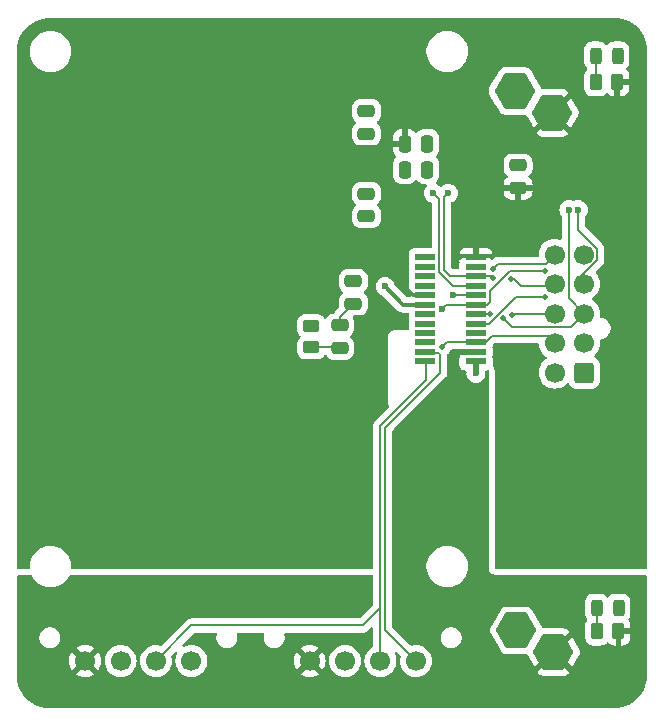
<source format=gtl>
%TF.GenerationSoftware,KiCad,Pcbnew,8.0.5*%
%TF.CreationDate,2024-11-03T15:39:05-06:00*%
%TF.ProjectId,DataAcq-EnvironmentBoard,44617461-4163-4712-9d45-6e7669726f6e,rev?*%
%TF.SameCoordinates,Original*%
%TF.FileFunction,Copper,L1,Top*%
%TF.FilePolarity,Positive*%
%FSLAX46Y46*%
G04 Gerber Fmt 4.6, Leading zero omitted, Abs format (unit mm)*
G04 Created by KiCad (PCBNEW 8.0.5) date 2024-11-03 15:39:05*
%MOMM*%
%LPD*%
G01*
G04 APERTURE LIST*
G04 Aperture macros list*
%AMRoundRect*
0 Rectangle with rounded corners*
0 $1 Rounding radius*
0 $2 $3 $4 $5 $6 $7 $8 $9 X,Y pos of 4 corners*
0 Add a 4 corners polygon primitive as box body*
4,1,4,$2,$3,$4,$5,$6,$7,$8,$9,$2,$3,0*
0 Add four circle primitives for the rounded corners*
1,1,$1+$1,$2,$3*
1,1,$1+$1,$4,$5*
1,1,$1+$1,$6,$7*
1,1,$1+$1,$8,$9*
0 Add four rect primitives between the rounded corners*
20,1,$1+$1,$2,$3,$4,$5,0*
20,1,$1+$1,$4,$5,$6,$7,0*
20,1,$1+$1,$6,$7,$8,$9,0*
20,1,$1+$1,$8,$9,$2,$3,0*%
%AMFreePoly0*
4,1,7,1.500000,0.866025,1.500000,-0.866025,0.000000,-1.732051,-1.500000,-0.866025,-1.500000,0.866025,0.000000,1.732051,1.500000,0.866025,1.500000,0.866025,$1*%
G04 Aperture macros list end*
%TA.AperFunction,SMDPad,CuDef*%
%ADD10RoundRect,0.250000X-0.450000X0.262500X-0.450000X-0.262500X0.450000X-0.262500X0.450000X0.262500X0*%
%TD*%
%TA.AperFunction,SMDPad,CuDef*%
%ADD11RoundRect,0.250000X0.475000X-0.250000X0.475000X0.250000X-0.475000X0.250000X-0.475000X-0.250000X0*%
%TD*%
%TA.AperFunction,SMDPad,CuDef*%
%ADD12RoundRect,0.250000X-0.475000X0.250000X-0.475000X-0.250000X0.475000X-0.250000X0.475000X0.250000X0*%
%TD*%
%TA.AperFunction,SMDPad,CuDef*%
%ADD13RoundRect,0.250000X0.250000X0.475000X-0.250000X0.475000X-0.250000X-0.475000X0.250000X-0.475000X0*%
%TD*%
%TA.AperFunction,SMDPad,CuDef*%
%ADD14RoundRect,0.250000X-0.250000X-0.475000X0.250000X-0.475000X0.250000X0.475000X-0.250000X0.475000X0*%
%TD*%
%TA.AperFunction,SMDPad,CuDef*%
%ADD15RoundRect,0.250000X0.262500X0.450000X-0.262500X0.450000X-0.262500X-0.450000X0.262500X-0.450000X0*%
%TD*%
%TA.AperFunction,SMDPad,CuDef*%
%ADD16R,1.800000X0.550000*%
%TD*%
%TA.AperFunction,ComponentPad*%
%ADD17RoundRect,0.250000X0.600000X0.600000X-0.600000X0.600000X-0.600000X-0.600000X0.600000X-0.600000X0*%
%TD*%
%TA.AperFunction,ComponentPad*%
%ADD18C,1.700000*%
%TD*%
%TA.AperFunction,SMDPad,CuDef*%
%ADD19RoundRect,0.243750X0.243750X0.456250X-0.243750X0.456250X-0.243750X-0.456250X0.243750X-0.456250X0*%
%TD*%
%TA.AperFunction,ConnectorPad*%
%ADD20FreePoly0,270.000000*%
%TD*%
%TA.AperFunction,ConnectorPad*%
%ADD21FreePoly0,90.000000*%
%TD*%
%TA.AperFunction,ViaPad*%
%ADD22C,0.500000*%
%TD*%
%TA.AperFunction,ViaPad*%
%ADD23C,0.600000*%
%TD*%
%TA.AperFunction,Conductor*%
%ADD24C,0.500000*%
%TD*%
%TA.AperFunction,Conductor*%
%ADD25C,0.150000*%
%TD*%
%TA.AperFunction,Conductor*%
%ADD26C,0.200000*%
%TD*%
%TA.AperFunction,Conductor*%
%ADD27C,0.350000*%
%TD*%
G04 APERTURE END LIST*
D10*
%TO.P,R1,1*%
%TO.N,/TEMP_OUT*%
X168000000Y-97637500D03*
%TO.P,R1,2*%
%TO.N,/PA1(ADC)*%
X168000000Y-99462500D03*
%TD*%
D11*
%TO.P,C7,1*%
%TO.N,/PA1(ADC)*%
X170400000Y-99500000D03*
%TO.P,C7,2*%
%TO.N,GNDA*%
X170400000Y-97600000D03*
%TD*%
D12*
%TO.P,C6,1*%
%TO.N,VDDA*%
X171550000Y-93850000D03*
%TO.P,C6,2*%
%TO.N,GNDA*%
X171550000Y-95750000D03*
%TD*%
D13*
%TO.P,C5,1*%
%TO.N,/AFLW_TP1*%
X177810000Y-84400000D03*
%TO.P,C5,2*%
%TO.N,/AFLW_TP2*%
X175910000Y-84400000D03*
%TD*%
D12*
%TO.P,C4,1*%
%TO.N,/AFLW_VCM*%
X172660000Y-86450000D03*
%TO.P,C4,2*%
%TO.N,GND*%
X172660000Y-88350000D03*
%TD*%
%TO.P,C3,1*%
%TO.N,/AFLW_VREG*%
X172660000Y-79450000D03*
%TO.P,C3,2*%
%TO.N,GND*%
X172660000Y-81350000D03*
%TD*%
D14*
%TO.P,C2,1*%
%TO.N,+3.3V*%
X175910000Y-82200000D03*
%TO.P,C2,2*%
%TO.N,GND*%
X177810000Y-82200000D03*
%TD*%
D11*
%TO.P,C1,1*%
%TO.N,+3.3V*%
X185500000Y-85950000D03*
%TO.P,C1,2*%
%TO.N,GND*%
X185500000Y-84050000D03*
%TD*%
D15*
%TO.P,R2,1*%
%TO.N,+12V_In*%
X194000000Y-123500000D03*
%TO.P,R2,2*%
%TO.N,Net-(D1-A)*%
X192175000Y-123500000D03*
%TD*%
D16*
%TO.P,U4,1,SPI2_MOSI*%
%TO.N,unconnected-(U4-SPI2_MOSI-Pad1)*%
X177637260Y-91837260D03*
%TO.P,U4,2,+3.3V*%
%TO.N,+3.3V*%
X181937260Y-91837260D03*
%TO.P,U4,3,SPI2_MISO*%
%TO.N,unconnected-(U4-SPI2_MISO-Pad3)*%
X177637260Y-92637260D03*
%TO.P,U4,4,GND*%
%TO.N,GND*%
X181937260Y-92637260D03*
%TO.P,U4,5,SPI2_SCK*%
%TO.N,unconnected-(U4-SPI2_SCK-Pad5)*%
X177637260Y-93437260D03*
%TO.P,U4,6,I2C2_SDA*%
%TO.N,/I2C2_SDA*%
X181937260Y-93437260D03*
%TO.P,U4,7,SPI2_NSS*%
%TO.N,unconnected-(U4-SPI2_NSS-Pad7)*%
X177637260Y-94237260D03*
%TO.P,U4,8,I2C2_SCL*%
%TO.N,/I2C2_SCL*%
X181937260Y-94237260D03*
%TO.P,U4,9,+3.3V*%
%TO.N,+3.3V*%
X177637260Y-95037260D03*
%TO.P,U4,10,VDDA(3.3V)*%
%TO.N,VDDA*%
X181937260Y-95037260D03*
%TO.P,U4,11,GND*%
%TO.N,GND*%
X177637260Y-95837260D03*
%TO.P,U4,12,GNDA*%
%TO.N,GNDA*%
X181937260Y-95837260D03*
%TO.P,U4,13,SPI1_SCK*%
%TO.N,unconnected-(U4-SPI1_SCK-Pad13)*%
X177637260Y-96637260D03*
%TO.P,U4,14,I2C1_SCL*%
%TO.N,/I2C1_SCL*%
X181937260Y-96637260D03*
%TO.P,U4,15,SPI1_MISO*%
%TO.N,unconnected-(U4-SPI1_MISO-Pad15)*%
X177637260Y-97437260D03*
%TO.P,U4,16,I2C1_SDA*%
%TO.N,/I2C1_SDA*%
X181937260Y-97437260D03*
%TO.P,U4,17,SPI1_MOSI*%
%TO.N,unconnected-(U4-SPI1_MOSI-Pad17)*%
X177637260Y-98237260D03*
%TO.P,U4,18,PA2(ADC)*%
%TO.N,unconnected-(U4-PA2(ADC)-Pad18)*%
X181937260Y-98237260D03*
%TO.P,U4,19,SPI1_NSS*%
%TO.N,unconnected-(U4-SPI1_NSS-Pad19)*%
X177637260Y-99037260D03*
%TO.P,U4,20,PA1(ADC)*%
%TO.N,/PA1(ADC)*%
X181937260Y-99037260D03*
%TO.P,U4,21,CAN_L*%
%TO.N,/CAN_L*%
X177637260Y-99837260D03*
%TO.P,U4,22,+12V_In*%
%TO.N,+12V_In*%
X181937260Y-99837260D03*
%TO.P,U4,23,CAN_H*%
%TO.N,/CAN_H*%
X177637260Y-100637260D03*
%TO.P,U4,24,GNDPWR*%
%TO.N,GNDPWR*%
X181937260Y-100637260D03*
%TD*%
D17*
%TO.P,J6,1,Pin_1*%
%TO.N,/3.3-out*%
X191100000Y-101600000D03*
D18*
%TO.P,J6,2,Pin_2*%
%TO.N,unconnected-(J6-Pin_2-Pad2)*%
X191100000Y-99100000D03*
%TO.P,J6,3,Pin_3*%
%TO.N,/I2C1_SCL*%
X191100000Y-96600000D03*
%TO.P,J6,4,Pin_4*%
%TO.N,/I2C1_SDA*%
X191100000Y-94100000D03*
%TO.P,J6,5,Pin_5*%
%TO.N,GNDA*%
X191100000Y-91600000D03*
%TO.P,J6,6,Pin_6*%
%TO.N,GND*%
X188600000Y-101600000D03*
%TO.P,J6,7,Pin_7*%
%TO.N,/PA1(ADC)*%
X188600000Y-99100000D03*
%TO.P,J6,8,Pin_8*%
%TO.N,/I2C2_SCL*%
X188600000Y-96600000D03*
%TO.P,J6,9,Pin_9*%
%TO.N,/I2C2_SDA*%
X188600000Y-94100000D03*
%TO.P,J6,10,Pin_10*%
%TO.N,/VDDA-out*%
X188600000Y-91600000D03*
%TD*%
D19*
%TO.P,D2,1,K*%
%TO.N,GND*%
X193937500Y-74750000D03*
%TO.P,D2,2,A*%
%TO.N,Net-(D2-A)*%
X192062500Y-74750000D03*
%TD*%
D20*
%TO.P,TP2,1,1*%
%TO.N,GNDPWR*%
X185360000Y-123420000D03*
%TD*%
%TO.P,TP5,1,1*%
%TO.N,GND*%
X185250000Y-77750000D03*
%TD*%
D18*
%TO.P,J2,1,12V*%
%TO.N,+12V_In*%
X167850000Y-126000000D03*
%TO.P,J2,2,GNDPWR*%
%TO.N,GNDPWR*%
X170850000Y-126000000D03*
%TO.P,J2,3,CAN_H*%
%TO.N,/CAN_H*%
X173850000Y-126000000D03*
%TO.P,J2,4,CAN_L*%
%TO.N,/CAN_L*%
X176850000Y-126000000D03*
%TD*%
D21*
%TO.P,TP1,1,1*%
%TO.N,+12V_In*%
X188500000Y-125250000D03*
%TD*%
D18*
%TO.P,J3,1,12V*%
%TO.N,+12V_In*%
X148850000Y-126000000D03*
%TO.P,J3,2,GNDPWR*%
%TO.N,GNDPWR*%
X151850000Y-126000000D03*
%TO.P,J3,3,CAN_H*%
%TO.N,/CAN_H*%
X154850000Y-126000000D03*
%TO.P,J3,4,CAN_L*%
%TO.N,/CAN_L*%
X157850000Y-126000000D03*
%TD*%
D19*
%TO.P,D1,1,K*%
%TO.N,GNDPWR*%
X194025000Y-121500000D03*
%TO.P,D1,2,A*%
%TO.N,Net-(D1-A)*%
X192150000Y-121500000D03*
%TD*%
D21*
%TO.P,TP4,1,1*%
%TO.N,+3.3V*%
X188400000Y-79600000D03*
%TD*%
D15*
%TO.P,R3,1*%
%TO.N,+3.3V*%
X193912500Y-77000000D03*
%TO.P,R3,2*%
%TO.N,Net-(D2-A)*%
X192087500Y-77000000D03*
%TD*%
D22*
%TO.N,/I2C2_SCL*%
X185020970Y-96750000D03*
D23*
%TO.N,/I2C1_SDA*%
X190600000Y-87800000D03*
%TO.N,/I2C1_SCL*%
X189800000Y-87800000D03*
D22*
X184250000Y-97000000D03*
%TO.N,/I2C2_SDA*%
X184863098Y-93679366D03*
%TO.N,/I2C1_SDA*%
X187750000Y-95200000D03*
%TO.N,/VDDA-out*%
X183400000Y-92800000D03*
%TO.N,/I2C1_SCL*%
X183136305Y-96628768D03*
%TO.N,/I2C1_SDA*%
X181937260Y-97437260D03*
%TO.N,/I2C2_SDA*%
X183350000Y-93600000D03*
%TO.N,/I2C2_SCL*%
X181937260Y-94237260D03*
D23*
%TO.N,/I2C2_SDA*%
X179600000Y-86400000D03*
%TO.N,/I2C2_SCL*%
X178330000Y-86400000D03*
%TO.N,+3.3V*%
X185500000Y-85950000D03*
X175910000Y-82200000D03*
%TO.N,/AFLW_TP1*%
X177810000Y-84400000D03*
%TO.N,/AFLW_TP2*%
X175910000Y-84400000D03*
%TO.N,/AFLW_VCM*%
X172660000Y-86450000D03*
%TO.N,/AFLW_VREG*%
X172660000Y-79450000D03*
%TO.N,GNDA*%
X179028509Y-96205406D03*
X171550000Y-95750000D03*
D22*
%TO.N,/PA1(ADC)*%
X179052414Y-99462347D03*
D23*
X170400000Y-99500000D03*
%TO.N,VDDA*%
X171550000Y-93850000D03*
%TO.N,GNDA*%
X170400000Y-97600000D03*
%TO.N,/TEMP_OUT*%
X168000000Y-97637500D03*
%TO.N,GND*%
X172660000Y-88350000D03*
X177810000Y-82200000D03*
X172660000Y-81350000D03*
X185500000Y-84050000D03*
X185250000Y-77750000D03*
D22*
X181937260Y-92637260D03*
D23*
X174250000Y-94300000D03*
%TO.N,GNDPWR*%
X181937260Y-101662740D03*
%TO.N,GND*%
X193937500Y-74750000D03*
%TO.N,GNDPWR*%
X194025000Y-121500000D03*
X185360000Y-123420000D03*
%TO.N,+3.3V*%
X189212500Y-104600000D03*
%TO.N,VDDA*%
X180000000Y-95037500D03*
D22*
%TO.N,GNDA*%
X187791235Y-92950000D03*
%TD*%
D24*
%TO.N,+12V_In*%
X180000000Y-100374520D02*
X180000000Y-100750000D01*
X180537260Y-99837260D02*
X180000000Y-100374520D01*
X181937260Y-99837260D02*
X180537260Y-99837260D01*
D25*
%TO.N,/I2C1_SCL*%
X183127813Y-96637260D02*
X183136305Y-96628768D01*
X181937260Y-96637260D02*
X183127813Y-96637260D01*
%TO.N,/PA1(ADC)*%
X183286780Y-98500000D02*
X182749520Y-99037260D01*
X188000000Y-98500000D02*
X183286780Y-98500000D01*
X188600000Y-99100000D02*
X188000000Y-98500000D01*
X182749520Y-99037260D02*
X181937260Y-99037260D01*
D26*
%TO.N,VDDA*%
X180000000Y-95037500D02*
X180000240Y-95037260D01*
X180000240Y-95037260D02*
X181937260Y-95037260D01*
D25*
%TO.N,/I2C2_SDA*%
X188418413Y-94281587D02*
X188600000Y-94100000D01*
X185179366Y-93679366D02*
X185781587Y-94281587D01*
X184863098Y-93679366D02*
X185179366Y-93679366D01*
X185781587Y-94281587D02*
X188418413Y-94281587D01*
%TO.N,/I2C2_SCL*%
X185170970Y-96600000D02*
X188600000Y-96600000D01*
X185020970Y-96750000D02*
X185170970Y-96600000D01*
%TO.N,/I2C1_SDA*%
X185307537Y-95200000D02*
X187750000Y-95200000D01*
X183070277Y-97437260D02*
X185307537Y-95200000D01*
X181937260Y-97437260D02*
X183070277Y-97437260D01*
X192225000Y-92065991D02*
X192225000Y-91134009D01*
X192225000Y-91134009D02*
X190600000Y-89509009D01*
X190600000Y-89509009D02*
X190600000Y-87800000D01*
X190690991Y-93600000D02*
X192225000Y-92065991D01*
X190600000Y-93600000D02*
X190690991Y-93600000D01*
X191100000Y-94100000D02*
X190600000Y-93600000D01*
%TO.N,/I2C1_SCL*%
X189800000Y-95300000D02*
X189800000Y-87800000D01*
X191100000Y-96600000D02*
X189800000Y-95300000D01*
%TO.N,GNDA*%
X184850000Y-92950000D02*
X187791235Y-92950000D01*
X183112260Y-94687740D02*
X184850000Y-92950000D01*
X182862260Y-95837260D02*
X183112260Y-95587260D01*
X183112260Y-95587260D02*
X183112260Y-94687740D01*
X181937260Y-95837260D02*
X182862260Y-95837260D01*
%TO.N,/VDDA-out*%
X183825000Y-92375000D02*
X187825000Y-92375000D01*
X187825000Y-92375000D02*
X188600000Y-91600000D01*
X183400000Y-92800000D02*
X183825000Y-92375000D01*
D26*
%TO.N,GNDA*%
X179396655Y-95837260D02*
X179028509Y-96205406D01*
X181937260Y-95837260D02*
X179396655Y-95837260D01*
D27*
%TO.N,+3.3V*%
X176587260Y-95037260D02*
X175800000Y-94250000D01*
X177637260Y-95037260D02*
X176587260Y-95037260D01*
%TO.N,GND*%
X175787260Y-95837260D02*
X177637260Y-95837260D01*
X174250000Y-94300000D02*
X175787260Y-95837260D01*
D26*
%TO.N,/I2C2_SDA*%
X179237260Y-86762740D02*
X179600000Y-86400000D01*
X179237260Y-92937260D02*
X179237260Y-86762740D01*
X179750000Y-93450000D02*
X179237260Y-92937260D01*
X183200000Y-93450000D02*
X179750000Y-93450000D01*
X183350000Y-93600000D02*
X183200000Y-93450000D01*
%TO.N,Net-(D2-A)*%
X192062500Y-76975000D02*
X192087500Y-77000000D01*
X192062500Y-74750000D02*
X192062500Y-76975000D01*
%TO.N,GNDA*%
X170400000Y-96900000D02*
X170400000Y-97600000D01*
X171550000Y-95750000D02*
X170400000Y-96900000D01*
%TO.N,/PA1(ADC)*%
X170362500Y-99462500D02*
X170400000Y-99500000D01*
X168000000Y-99462500D02*
X170362500Y-99462500D01*
D24*
%TO.N,GNDPWR*%
X181937260Y-101662740D02*
X181937260Y-100637260D01*
D26*
%TO.N,/CAN_H*%
X173850000Y-106084314D02*
X173850000Y-121500000D01*
X157850000Y-123000000D02*
X172350000Y-123000000D01*
X177675000Y-100625000D02*
X177675000Y-102259314D01*
X177675000Y-102259314D02*
X173850000Y-106084314D01*
X173850000Y-121500000D02*
X173850000Y-126000000D01*
X172350000Y-123000000D02*
X173850000Y-121500000D01*
X154850000Y-126000000D02*
X157850000Y-123000000D01*
%TO.N,/CAN_L*%
X178775000Y-99937260D02*
X178900000Y-100062260D01*
X178900000Y-100062260D02*
X178900000Y-101600000D01*
X177675000Y-99825000D02*
X177787260Y-99937260D01*
X177787260Y-99937260D02*
X178775000Y-99937260D01*
X174250000Y-123400000D02*
X176850000Y-126000000D01*
X174250000Y-106250000D02*
X174250000Y-123400000D01*
X178900000Y-101600000D02*
X174250000Y-106250000D01*
%TO.N,Net-(D1-A)*%
X192150000Y-123498630D02*
X192151370Y-123500000D01*
X192150000Y-121500000D02*
X192150000Y-123498630D01*
D25*
%TO.N,/I2C1_SCL*%
X189975000Y-97725000D02*
X191100000Y-96600000D01*
X184975000Y-97725000D02*
X189975000Y-97725000D01*
X184250000Y-97000000D02*
X184975000Y-97725000D01*
D26*
%TO.N,/I2C2_SCL*%
X179971574Y-94237260D02*
X178837260Y-93102946D01*
X181937260Y-94237260D02*
X179971574Y-94237260D01*
X178837260Y-93102946D02*
X178837260Y-86907260D01*
X178837260Y-86907260D02*
X178330000Y-86400000D01*
D25*
%TO.N,/PA1(ADC)*%
X179477501Y-99037260D02*
X181937260Y-99037260D01*
X179052414Y-99462347D02*
X179477501Y-99037260D01*
%TD*%
%TA.AperFunction,Conductor*%
%TO.N,+12V_In*%
G36*
X180641979Y-99632445D02*
G01*
X180674208Y-99662451D01*
X180679714Y-99669806D01*
X180679717Y-99669808D01*
X180770800Y-99737994D01*
X180812671Y-99793928D01*
X180817655Y-99863619D01*
X180784169Y-99924942D01*
X180770800Y-99936526D01*
X180679716Y-100004711D01*
X180679714Y-100004714D01*
X180655116Y-100037572D01*
X180599184Y-100079442D01*
X180555851Y-100087260D01*
X180537260Y-100087260D01*
X180537260Y-100160104D01*
X180543879Y-100221658D01*
X180543880Y-100248169D01*
X180543169Y-100254774D01*
X180543169Y-100254777D01*
X180536760Y-100314387D01*
X180536760Y-100314393D01*
X180536760Y-100314395D01*
X180536760Y-100960130D01*
X180536761Y-100960136D01*
X180543168Y-101019743D01*
X180593462Y-101154588D01*
X180593466Y-101154595D01*
X180679712Y-101269804D01*
X180679715Y-101269807D01*
X180794924Y-101356053D01*
X180794931Y-101356057D01*
X180839878Y-101372821D01*
X180929777Y-101406351D01*
X180989387Y-101412760D01*
X181021102Y-101412759D01*
X181088140Y-101432442D01*
X181133897Y-101485244D01*
X181144324Y-101550642D01*
X181131695Y-101662735D01*
X181131695Y-101662743D01*
X181151890Y-101841989D01*
X181151891Y-101841994D01*
X181211471Y-102012263D01*
X181233234Y-102046898D01*
X181307444Y-102165002D01*
X181434998Y-102292556D01*
X181587738Y-102388529D01*
X181758005Y-102448108D01*
X181758010Y-102448109D01*
X181937256Y-102468305D01*
X181937260Y-102468305D01*
X181937264Y-102468305D01*
X182116509Y-102448109D01*
X182116512Y-102448108D01*
X182116515Y-102448108D01*
X182286782Y-102388529D01*
X182439522Y-102292556D01*
X182567076Y-102165002D01*
X182663049Y-102012262D01*
X182722628Y-101841995D01*
X182723778Y-101831787D01*
X182742825Y-101662743D01*
X182742825Y-101662737D01*
X182730195Y-101550643D01*
X182742249Y-101481821D01*
X182789598Y-101430441D01*
X182853415Y-101412759D01*
X182885131Y-101412759D01*
X182885132Y-101412759D01*
X182944743Y-101406351D01*
X183000000Y-101385741D01*
X183000000Y-124750000D01*
X180388468Y-124750000D01*
X180417023Y-124730920D01*
X180540920Y-124607023D01*
X180638265Y-124461336D01*
X180705317Y-124299458D01*
X180739500Y-124127608D01*
X180739500Y-123952392D01*
X180705317Y-123780542D01*
X180643700Y-123631785D01*
X180638268Y-123618670D01*
X180638261Y-123618657D01*
X180540920Y-123472977D01*
X180540917Y-123472973D01*
X180417026Y-123349082D01*
X180417022Y-123349079D01*
X180271342Y-123251738D01*
X180271329Y-123251731D01*
X180109462Y-123184684D01*
X180109450Y-123184681D01*
X179937612Y-123150500D01*
X179937608Y-123150500D01*
X179762392Y-123150500D01*
X179762387Y-123150500D01*
X179590549Y-123184681D01*
X179590537Y-123184684D01*
X179428670Y-123251731D01*
X179428657Y-123251738D01*
X179282977Y-123349079D01*
X179282973Y-123349082D01*
X179159082Y-123472973D01*
X179159079Y-123472977D01*
X179061738Y-123618657D01*
X179061731Y-123618670D01*
X178994684Y-123780537D01*
X178994681Y-123780549D01*
X178960500Y-123952387D01*
X178960500Y-124127612D01*
X178994681Y-124299450D01*
X178994684Y-124299462D01*
X179061731Y-124461329D01*
X179061738Y-124461342D01*
X179159079Y-124607022D01*
X179159082Y-124607026D01*
X179282973Y-124730917D01*
X179282977Y-124730920D01*
X179311532Y-124750000D01*
X177364923Y-124750000D01*
X177313663Y-124726097D01*
X177313659Y-124726096D01*
X177313655Y-124726094D01*
X177085413Y-124664938D01*
X177085403Y-124664936D01*
X176850001Y-124644341D01*
X176849999Y-124644341D01*
X176614596Y-124664936D01*
X176614583Y-124664939D01*
X176486241Y-124699327D01*
X176416392Y-124697664D01*
X176366468Y-124667233D01*
X175000000Y-123300765D01*
X175000000Y-117885010D01*
X177745500Y-117885010D01*
X177745500Y-118114989D01*
X177745501Y-118115005D01*
X177775518Y-118343009D01*
X177775519Y-118343014D01*
X177775520Y-118343020D01*
X177775521Y-118343022D01*
X177835046Y-118565175D01*
X177835049Y-118565185D01*
X177923057Y-118777654D01*
X177923061Y-118777664D01*
X178038055Y-118976839D01*
X178178064Y-119159303D01*
X178178070Y-119159310D01*
X178340689Y-119321929D01*
X178340696Y-119321935D01*
X178523160Y-119461944D01*
X178722335Y-119576938D01*
X178722336Y-119576938D01*
X178722339Y-119576940D01*
X178934824Y-119664954D01*
X179156980Y-119724480D01*
X179385004Y-119754500D01*
X179385011Y-119754500D01*
X179614989Y-119754500D01*
X179614996Y-119754500D01*
X179843020Y-119724480D01*
X180065176Y-119664954D01*
X180277661Y-119576940D01*
X180476840Y-119461944D01*
X180659305Y-119321934D01*
X180821934Y-119159305D01*
X180961944Y-118976840D01*
X181076940Y-118777661D01*
X181164954Y-118565176D01*
X181224480Y-118343020D01*
X181254500Y-118114996D01*
X181254500Y-117885004D01*
X181224480Y-117656980D01*
X181164954Y-117434824D01*
X181076940Y-117222339D01*
X180961944Y-117023160D01*
X180821934Y-116840695D01*
X180821929Y-116840689D01*
X180659310Y-116678070D01*
X180659303Y-116678064D01*
X180476839Y-116538055D01*
X180277664Y-116423061D01*
X180277654Y-116423057D01*
X180065185Y-116335049D01*
X180065178Y-116335047D01*
X180065176Y-116335046D01*
X179843020Y-116275520D01*
X179843014Y-116275519D01*
X179843009Y-116275518D01*
X179615005Y-116245501D01*
X179615002Y-116245500D01*
X179614996Y-116245500D01*
X179385004Y-116245500D01*
X179384998Y-116245500D01*
X179384994Y-116245501D01*
X179156990Y-116275518D01*
X179156983Y-116275519D01*
X179156980Y-116275520D01*
X178934824Y-116335046D01*
X178934814Y-116335049D01*
X178722345Y-116423057D01*
X178722335Y-116423061D01*
X178523160Y-116538055D01*
X178340696Y-116678064D01*
X178340689Y-116678070D01*
X178178070Y-116840689D01*
X178178064Y-116840696D01*
X178038055Y-117023160D01*
X177923061Y-117222335D01*
X177923057Y-117222345D01*
X177835049Y-117434814D01*
X177835046Y-117434824D01*
X177775521Y-117656977D01*
X177775518Y-117656990D01*
X177745501Y-117884994D01*
X177745500Y-117885010D01*
X175000000Y-117885010D01*
X175000000Y-106349234D01*
X179258506Y-102090727D01*
X179258511Y-102090724D01*
X179268714Y-102080520D01*
X179268716Y-102080520D01*
X179380520Y-101968716D01*
X179453681Y-101841997D01*
X179453682Y-101841996D01*
X179456073Y-101837852D01*
X179459577Y-101831785D01*
X179500500Y-101679057D01*
X179500500Y-101520943D01*
X179500500Y-100151320D01*
X179500501Y-100151307D01*
X179500501Y-100126989D01*
X179520186Y-100059950D01*
X179536820Y-100039308D01*
X179571417Y-100004711D01*
X179642891Y-99933237D01*
X179687803Y-99861761D01*
X179732866Y-99790044D01*
X179732867Y-99790041D01*
X179732870Y-99790037D01*
X179751081Y-99737994D01*
X179765844Y-99695805D01*
X179806565Y-99639029D01*
X179871518Y-99613282D01*
X179882885Y-99612760D01*
X180574940Y-99612760D01*
X180641979Y-99632445D01*
G37*
%TD.AperFunction*%
%TD*%
%TA.AperFunction,Conductor*%
%TO.N,+12V_In*%
G36*
X183006445Y-118147932D02*
G01*
X183011601Y-118195793D01*
X183022855Y-118247409D01*
X183022856Y-118247412D01*
X183057126Y-118350141D01*
X183057130Y-118350149D01*
X183135024Y-118471108D01*
X183135028Y-118471113D01*
X183177924Y-118520526D01*
X183179326Y-118522263D01*
X183180829Y-118523873D01*
X183180833Y-118523876D01*
X183180835Y-118523879D01*
X183289660Y-118617999D01*
X183420594Y-118677646D01*
X183487652Y-118697268D01*
X183630083Y-118717612D01*
X196275387Y-118705892D01*
X196342443Y-118725514D01*
X196388247Y-118778276D01*
X196399500Y-118829892D01*
X196399500Y-127246519D01*
X196399305Y-127253472D01*
X196382782Y-127547681D01*
X196381225Y-127561499D01*
X196332449Y-127848568D01*
X196329355Y-127862125D01*
X196248742Y-128141938D01*
X196244149Y-128155062D01*
X196132719Y-128424080D01*
X196126685Y-128436610D01*
X195985830Y-128691465D01*
X195978432Y-128703238D01*
X195809929Y-128940720D01*
X195801259Y-128951592D01*
X195607234Y-129168704D01*
X195597402Y-129178537D01*
X195380275Y-129372573D01*
X195369403Y-129381243D01*
X195131922Y-129549743D01*
X195120148Y-129557141D01*
X194865289Y-129697995D01*
X194852760Y-129704028D01*
X194583747Y-129815455D01*
X194570622Y-129820048D01*
X194290809Y-129900659D01*
X194277252Y-129903753D01*
X193990182Y-129952527D01*
X193976364Y-129954084D01*
X193681799Y-129970624D01*
X193674847Y-129970819D01*
X193623045Y-129970819D01*
X193622973Y-129970823D01*
X145753483Y-129974498D01*
X145746521Y-129974303D01*
X145454705Y-129957916D01*
X145440886Y-129956359D01*
X145156172Y-129907984D01*
X145142615Y-129904890D01*
X144865100Y-129824939D01*
X144851975Y-129820346D01*
X144585165Y-129709830D01*
X144572637Y-129703797D01*
X144319874Y-129564100D01*
X144308100Y-129556702D01*
X144072569Y-129389584D01*
X144061697Y-129380914D01*
X143846357Y-129188475D01*
X143836524Y-129178642D01*
X143644085Y-128963302D01*
X143635415Y-128952430D01*
X143634820Y-128951592D01*
X143582531Y-128877897D01*
X143468297Y-128716899D01*
X143460899Y-128705125D01*
X143321202Y-128452362D01*
X143315172Y-128439841D01*
X143204653Y-128173024D01*
X143200060Y-128159899D01*
X143120109Y-127882384D01*
X143117015Y-127868827D01*
X143100285Y-127770359D01*
X143068638Y-127584103D01*
X143067084Y-127570306D01*
X143050695Y-127278472D01*
X143050500Y-127271519D01*
X143050500Y-125999998D01*
X147494843Y-125999998D01*
X147494843Y-126000001D01*
X147515430Y-126235315D01*
X147515432Y-126235326D01*
X147576566Y-126463483D01*
X147576570Y-126463492D01*
X147676400Y-126677579D01*
X147676402Y-126677583D01*
X147735072Y-126761373D01*
X147735073Y-126761373D01*
X148358871Y-126137574D01*
X148374755Y-126196853D01*
X148441898Y-126313147D01*
X148536853Y-126408102D01*
X148653147Y-126475245D01*
X148712424Y-126491128D01*
X148088625Y-127114925D01*
X148172421Y-127173599D01*
X148386507Y-127273429D01*
X148386516Y-127273433D01*
X148614673Y-127334567D01*
X148614684Y-127334569D01*
X148849998Y-127355157D01*
X148850002Y-127355157D01*
X149085315Y-127334569D01*
X149085326Y-127334567D01*
X149313483Y-127273433D01*
X149313492Y-127273429D01*
X149527578Y-127173600D01*
X149527582Y-127173598D01*
X149611373Y-127114926D01*
X149611373Y-127114925D01*
X148987575Y-126491128D01*
X149046853Y-126475245D01*
X149163147Y-126408102D01*
X149258102Y-126313147D01*
X149325245Y-126196853D01*
X149341128Y-126137575D01*
X149964925Y-126761373D01*
X149964926Y-126761373D01*
X150023598Y-126677582D01*
X150023600Y-126677578D01*
X150123429Y-126463492D01*
X150123433Y-126463483D01*
X150184567Y-126235326D01*
X150184569Y-126235315D01*
X150205157Y-126000001D01*
X150205157Y-125999999D01*
X150494341Y-125999999D01*
X150494341Y-126000000D01*
X150514936Y-126235403D01*
X150514938Y-126235413D01*
X150576094Y-126463655D01*
X150576096Y-126463659D01*
X150576097Y-126463663D01*
X150675847Y-126677578D01*
X150675965Y-126677830D01*
X150675967Y-126677834D01*
X150734462Y-126761373D01*
X150811505Y-126871401D01*
X150978599Y-127038495D01*
X151038878Y-127080703D01*
X151172165Y-127174032D01*
X151172167Y-127174033D01*
X151172170Y-127174035D01*
X151386337Y-127273903D01*
X151614592Y-127335063D01*
X151802918Y-127351539D01*
X151849999Y-127355659D01*
X151850000Y-127355659D01*
X151850001Y-127355659D01*
X151889234Y-127352226D01*
X152085408Y-127335063D01*
X152313663Y-127273903D01*
X152527830Y-127174035D01*
X152721401Y-127038495D01*
X152888495Y-126871401D01*
X153024035Y-126677830D01*
X153123903Y-126463663D01*
X153185063Y-126235408D01*
X153205659Y-126000000D01*
X153185063Y-125764592D01*
X153123903Y-125536337D01*
X153024035Y-125322171D01*
X152990328Y-125274031D01*
X152888494Y-125128597D01*
X152721402Y-124961506D01*
X152721395Y-124961501D01*
X152527834Y-124825967D01*
X152527830Y-124825965D01*
X152424855Y-124777947D01*
X152313663Y-124726097D01*
X152313659Y-124726096D01*
X152313655Y-124726094D01*
X152085413Y-124664938D01*
X152085403Y-124664936D01*
X151850001Y-124644341D01*
X151849999Y-124644341D01*
X151614596Y-124664936D01*
X151614586Y-124664938D01*
X151386344Y-124726094D01*
X151386335Y-124726098D01*
X151172171Y-124825964D01*
X151172169Y-124825965D01*
X150978597Y-124961505D01*
X150811505Y-125128597D01*
X150675965Y-125322169D01*
X150675964Y-125322171D01*
X150576098Y-125536335D01*
X150576094Y-125536344D01*
X150514938Y-125764586D01*
X150514936Y-125764596D01*
X150494341Y-125999999D01*
X150205157Y-125999999D01*
X150205157Y-125999998D01*
X150184569Y-125764684D01*
X150184567Y-125764673D01*
X150123433Y-125536516D01*
X150123429Y-125536507D01*
X150023600Y-125322423D01*
X150023599Y-125322421D01*
X149964925Y-125238626D01*
X149964925Y-125238625D01*
X149341127Y-125862423D01*
X149325245Y-125803147D01*
X149258102Y-125686853D01*
X149163147Y-125591898D01*
X149046853Y-125524755D01*
X148987575Y-125508871D01*
X149611373Y-124885073D01*
X149611373Y-124885072D01*
X149527583Y-124826402D01*
X149527579Y-124826400D01*
X149313492Y-124726570D01*
X149313483Y-124726566D01*
X149085326Y-124665432D01*
X149085315Y-124665430D01*
X148850002Y-124644843D01*
X148849998Y-124644843D01*
X148614684Y-124665430D01*
X148614673Y-124665432D01*
X148386516Y-124726566D01*
X148386507Y-124726570D01*
X148172419Y-124826401D01*
X148088625Y-124885072D01*
X148712424Y-125508871D01*
X148653147Y-125524755D01*
X148536853Y-125591898D01*
X148441898Y-125686853D01*
X148374755Y-125803147D01*
X148358871Y-125862424D01*
X147735072Y-125238625D01*
X147676401Y-125322419D01*
X147576570Y-125536507D01*
X147576566Y-125536516D01*
X147515432Y-125764673D01*
X147515430Y-125764684D01*
X147494843Y-125999998D01*
X143050500Y-125999998D01*
X143050500Y-123952387D01*
X144960500Y-123952387D01*
X144960500Y-124127612D01*
X144994681Y-124299450D01*
X144994684Y-124299462D01*
X145061731Y-124461329D01*
X145061738Y-124461342D01*
X145159079Y-124607022D01*
X145159082Y-124607026D01*
X145282973Y-124730917D01*
X145282977Y-124730920D01*
X145428657Y-124828261D01*
X145428670Y-124828268D01*
X145590537Y-124895315D01*
X145590542Y-124895317D01*
X145762387Y-124929499D01*
X145762391Y-124929500D01*
X145762392Y-124929500D01*
X145937609Y-124929500D01*
X145937610Y-124929499D01*
X146109458Y-124895317D01*
X146271336Y-124828265D01*
X146417023Y-124730920D01*
X146540920Y-124607023D01*
X146638265Y-124461336D01*
X146705317Y-124299458D01*
X146739500Y-124127608D01*
X146739500Y-123952392D01*
X146705317Y-123780542D01*
X146689413Y-123742147D01*
X146638268Y-123618670D01*
X146638261Y-123618657D01*
X146540920Y-123472977D01*
X146540917Y-123472973D01*
X146417026Y-123349082D01*
X146417022Y-123349079D01*
X146271342Y-123251738D01*
X146271329Y-123251731D01*
X146109462Y-123184684D01*
X146109450Y-123184681D01*
X145937612Y-123150500D01*
X145937608Y-123150500D01*
X145762392Y-123150500D01*
X145762387Y-123150500D01*
X145590549Y-123184681D01*
X145590537Y-123184684D01*
X145428670Y-123251731D01*
X145428657Y-123251738D01*
X145282977Y-123349079D01*
X145282973Y-123349082D01*
X145159082Y-123472973D01*
X145159079Y-123472977D01*
X145061738Y-123618657D01*
X145061731Y-123618670D01*
X144994684Y-123780537D01*
X144994681Y-123780549D01*
X144960500Y-123952387D01*
X143050500Y-123952387D01*
X143050500Y-118879105D01*
X143070185Y-118812066D01*
X143122989Y-118766311D01*
X143174385Y-118755105D01*
X143175078Y-118755104D01*
X143175083Y-118755105D01*
X144022460Y-118754320D01*
X144145736Y-118738940D01*
X144190111Y-118727736D01*
X144259928Y-118730410D01*
X144317217Y-118770406D01*
X144327852Y-118785963D01*
X144438055Y-118976839D01*
X144578064Y-119159303D01*
X144578070Y-119159310D01*
X144740689Y-119321929D01*
X144740696Y-119321935D01*
X144923160Y-119461944D01*
X145122335Y-119576938D01*
X145122336Y-119576938D01*
X145122339Y-119576940D01*
X145334824Y-119664954D01*
X145556980Y-119724480D01*
X145785004Y-119754500D01*
X145785011Y-119754500D01*
X146014989Y-119754500D01*
X146014996Y-119754500D01*
X146243020Y-119724480D01*
X146465176Y-119664954D01*
X146677661Y-119576940D01*
X146876840Y-119461944D01*
X147059305Y-119321934D01*
X147221934Y-119159305D01*
X147361944Y-118976840D01*
X147474586Y-118781737D01*
X147525153Y-118733523D01*
X147593760Y-118720299D01*
X147616794Y-118724728D01*
X147636502Y-118730495D01*
X147778934Y-118750839D01*
X173125387Y-118727347D01*
X173192443Y-118746969D01*
X173238247Y-118799731D01*
X173249500Y-118851347D01*
X173249500Y-121199903D01*
X173229815Y-121266942D01*
X173213181Y-121287584D01*
X172137584Y-122363181D01*
X172076261Y-122396666D01*
X172049903Y-122399500D01*
X157936670Y-122399500D01*
X157936654Y-122399499D01*
X157929058Y-122399499D01*
X157770943Y-122399499D01*
X157694579Y-122419961D01*
X157618214Y-122440423D01*
X157618209Y-122440426D01*
X157481290Y-122519475D01*
X157481282Y-122519481D01*
X155333530Y-124667233D01*
X155272207Y-124700718D01*
X155213756Y-124699327D01*
X155085413Y-124664938D01*
X155085403Y-124664936D01*
X154850001Y-124644341D01*
X154849999Y-124644341D01*
X154614596Y-124664936D01*
X154614586Y-124664938D01*
X154386344Y-124726094D01*
X154386335Y-124726098D01*
X154172171Y-124825964D01*
X154172169Y-124825965D01*
X153978597Y-124961505D01*
X153811505Y-125128597D01*
X153675965Y-125322169D01*
X153675964Y-125322171D01*
X153576098Y-125536335D01*
X153576094Y-125536344D01*
X153514938Y-125764586D01*
X153514936Y-125764596D01*
X153494341Y-125999999D01*
X153494341Y-126000000D01*
X153514936Y-126235403D01*
X153514938Y-126235413D01*
X153576094Y-126463655D01*
X153576096Y-126463659D01*
X153576097Y-126463663D01*
X153675847Y-126677578D01*
X153675965Y-126677830D01*
X153675967Y-126677834D01*
X153734462Y-126761373D01*
X153811505Y-126871401D01*
X153978599Y-127038495D01*
X154038878Y-127080703D01*
X154172165Y-127174032D01*
X154172167Y-127174033D01*
X154172170Y-127174035D01*
X154386337Y-127273903D01*
X154614592Y-127335063D01*
X154802918Y-127351539D01*
X154849999Y-127355659D01*
X154850000Y-127355659D01*
X154850001Y-127355659D01*
X154889234Y-127352226D01*
X155085408Y-127335063D01*
X155313663Y-127273903D01*
X155527830Y-127174035D01*
X155721401Y-127038495D01*
X155888495Y-126871401D01*
X156024035Y-126677830D01*
X156123903Y-126463663D01*
X156185063Y-126235408D01*
X156205659Y-126000000D01*
X156185063Y-125764592D01*
X156150671Y-125636239D01*
X156152334Y-125566393D01*
X156182763Y-125516470D01*
X156439862Y-125259371D01*
X156501185Y-125225887D01*
X156570877Y-125230871D01*
X156626810Y-125272743D01*
X156651227Y-125338207D01*
X156639925Y-125399458D01*
X156576098Y-125536335D01*
X156576094Y-125536344D01*
X156514938Y-125764586D01*
X156514936Y-125764596D01*
X156494341Y-125999999D01*
X156494341Y-126000000D01*
X156514936Y-126235403D01*
X156514938Y-126235413D01*
X156576094Y-126463655D01*
X156576096Y-126463659D01*
X156576097Y-126463663D01*
X156675847Y-126677578D01*
X156675965Y-126677830D01*
X156675967Y-126677834D01*
X156734462Y-126761373D01*
X156811505Y-126871401D01*
X156978599Y-127038495D01*
X157038878Y-127080703D01*
X157172165Y-127174032D01*
X157172167Y-127174033D01*
X157172170Y-127174035D01*
X157386337Y-127273903D01*
X157614592Y-127335063D01*
X157802918Y-127351539D01*
X157849999Y-127355659D01*
X157850000Y-127355659D01*
X157850001Y-127355659D01*
X157889234Y-127352226D01*
X158085408Y-127335063D01*
X158313663Y-127273903D01*
X158527830Y-127174035D01*
X158721401Y-127038495D01*
X158888495Y-126871401D01*
X159024035Y-126677830D01*
X159123903Y-126463663D01*
X159185063Y-126235408D01*
X159205659Y-126000000D01*
X159205659Y-125999998D01*
X166494843Y-125999998D01*
X166494843Y-126000001D01*
X166515430Y-126235315D01*
X166515432Y-126235326D01*
X166576566Y-126463483D01*
X166576570Y-126463492D01*
X166676400Y-126677579D01*
X166676402Y-126677583D01*
X166735072Y-126761373D01*
X166735073Y-126761373D01*
X167358871Y-126137574D01*
X167374755Y-126196853D01*
X167441898Y-126313147D01*
X167536853Y-126408102D01*
X167653147Y-126475245D01*
X167712424Y-126491128D01*
X167088625Y-127114925D01*
X167172421Y-127173599D01*
X167386507Y-127273429D01*
X167386516Y-127273433D01*
X167614673Y-127334567D01*
X167614684Y-127334569D01*
X167849998Y-127355157D01*
X167850002Y-127355157D01*
X168085315Y-127334569D01*
X168085326Y-127334567D01*
X168313483Y-127273433D01*
X168313492Y-127273429D01*
X168527578Y-127173600D01*
X168527582Y-127173598D01*
X168611373Y-127114926D01*
X168611373Y-127114925D01*
X167987575Y-126491128D01*
X168046853Y-126475245D01*
X168163147Y-126408102D01*
X168258102Y-126313147D01*
X168325245Y-126196853D01*
X168341127Y-126137575D01*
X168964925Y-126761373D01*
X168964926Y-126761373D01*
X169023598Y-126677582D01*
X169023600Y-126677578D01*
X169123429Y-126463492D01*
X169123433Y-126463483D01*
X169184567Y-126235326D01*
X169184569Y-126235315D01*
X169205157Y-126000001D01*
X169205157Y-125999999D01*
X169494341Y-125999999D01*
X169494341Y-126000000D01*
X169514936Y-126235403D01*
X169514938Y-126235413D01*
X169576094Y-126463655D01*
X169576096Y-126463659D01*
X169576097Y-126463663D01*
X169675847Y-126677578D01*
X169675965Y-126677830D01*
X169675967Y-126677834D01*
X169734462Y-126761373D01*
X169811505Y-126871401D01*
X169978599Y-127038495D01*
X170038878Y-127080703D01*
X170172165Y-127174032D01*
X170172167Y-127174033D01*
X170172170Y-127174035D01*
X170386337Y-127273903D01*
X170614592Y-127335063D01*
X170802918Y-127351539D01*
X170849999Y-127355659D01*
X170850000Y-127355659D01*
X170850001Y-127355659D01*
X170889234Y-127352226D01*
X171085408Y-127335063D01*
X171313663Y-127273903D01*
X171527830Y-127174035D01*
X171721401Y-127038495D01*
X171888495Y-126871401D01*
X172024035Y-126677830D01*
X172123903Y-126463663D01*
X172185063Y-126235408D01*
X172205659Y-126000000D01*
X172185063Y-125764592D01*
X172123903Y-125536337D01*
X172024035Y-125322171D01*
X171990328Y-125274031D01*
X171888494Y-125128597D01*
X171721402Y-124961506D01*
X171721395Y-124961501D01*
X171527834Y-124825967D01*
X171527830Y-124825965D01*
X171424855Y-124777947D01*
X171313663Y-124726097D01*
X171313659Y-124726096D01*
X171313655Y-124726094D01*
X171085413Y-124664938D01*
X171085403Y-124664936D01*
X170850001Y-124644341D01*
X170849999Y-124644341D01*
X170614596Y-124664936D01*
X170614586Y-124664938D01*
X170386344Y-124726094D01*
X170386335Y-124726098D01*
X170172171Y-124825964D01*
X170172169Y-124825965D01*
X169978597Y-124961505D01*
X169811505Y-125128597D01*
X169675965Y-125322169D01*
X169675964Y-125322171D01*
X169576098Y-125536335D01*
X169576094Y-125536344D01*
X169514938Y-125764586D01*
X169514936Y-125764596D01*
X169494341Y-125999999D01*
X169205157Y-125999999D01*
X169205157Y-125999998D01*
X169184569Y-125764684D01*
X169184567Y-125764673D01*
X169123433Y-125536516D01*
X169123429Y-125536507D01*
X169023600Y-125322423D01*
X169023599Y-125322421D01*
X168964925Y-125238626D01*
X168964925Y-125238625D01*
X168341127Y-125862423D01*
X168325245Y-125803147D01*
X168258102Y-125686853D01*
X168163147Y-125591898D01*
X168046853Y-125524755D01*
X167987575Y-125508871D01*
X168611373Y-124885073D01*
X168611373Y-124885072D01*
X168527583Y-124826402D01*
X168527579Y-124826400D01*
X168313492Y-124726570D01*
X168313483Y-124726566D01*
X168085326Y-124665432D01*
X168085315Y-124665430D01*
X167850002Y-124644843D01*
X167849998Y-124644843D01*
X167614684Y-124665430D01*
X167614673Y-124665432D01*
X167386516Y-124726566D01*
X167386507Y-124726570D01*
X167172419Y-124826401D01*
X167088625Y-124885072D01*
X167712424Y-125508871D01*
X167653147Y-125524755D01*
X167536853Y-125591898D01*
X167441898Y-125686853D01*
X167374755Y-125803147D01*
X167358872Y-125862424D01*
X166735073Y-125238625D01*
X166735072Y-125238625D01*
X166676401Y-125322419D01*
X166576570Y-125536507D01*
X166576566Y-125536516D01*
X166515432Y-125764673D01*
X166515430Y-125764684D01*
X166494843Y-125999998D01*
X159205659Y-125999998D01*
X159185063Y-125764592D01*
X159123903Y-125536337D01*
X159024035Y-125322171D01*
X158990328Y-125274031D01*
X158888494Y-125128597D01*
X158721402Y-124961506D01*
X158721395Y-124961501D01*
X158527834Y-124825967D01*
X158527830Y-124825965D01*
X158424855Y-124777947D01*
X158313663Y-124726097D01*
X158313659Y-124726096D01*
X158313655Y-124726094D01*
X158085413Y-124664938D01*
X158085403Y-124664936D01*
X157850001Y-124644341D01*
X157849999Y-124644341D01*
X157614596Y-124664936D01*
X157614586Y-124664938D01*
X157386344Y-124726094D01*
X157386330Y-124726099D01*
X157249458Y-124789924D01*
X157180381Y-124800416D01*
X157116597Y-124771896D01*
X157078358Y-124713419D01*
X157077804Y-124643552D01*
X157109371Y-124589863D01*
X158062417Y-123636819D01*
X158123740Y-123603334D01*
X158150098Y-123600500D01*
X159883680Y-123600500D01*
X159950719Y-123620185D01*
X159996474Y-123672989D01*
X160006418Y-123742147D01*
X159998242Y-123771948D01*
X159994685Y-123780537D01*
X159994682Y-123780545D01*
X159994681Y-123780549D01*
X159960500Y-123952387D01*
X159960500Y-124127612D01*
X159994681Y-124299450D01*
X159994684Y-124299462D01*
X160061731Y-124461329D01*
X160061738Y-124461342D01*
X160159079Y-124607022D01*
X160159082Y-124607026D01*
X160282973Y-124730917D01*
X160282977Y-124730920D01*
X160428657Y-124828261D01*
X160428670Y-124828268D01*
X160590537Y-124895315D01*
X160590542Y-124895317D01*
X160762387Y-124929499D01*
X160762391Y-124929500D01*
X160762392Y-124929500D01*
X160937609Y-124929500D01*
X160937610Y-124929499D01*
X161109458Y-124895317D01*
X161271336Y-124828265D01*
X161417023Y-124730920D01*
X161540920Y-124607023D01*
X161638265Y-124461336D01*
X161705317Y-124299458D01*
X161739500Y-124127608D01*
X161739500Y-123952392D01*
X161705317Y-123780542D01*
X161701758Y-123771951D01*
X161694290Y-123702484D01*
X161725564Y-123640005D01*
X161785653Y-123604352D01*
X161816320Y-123600500D01*
X163883680Y-123600500D01*
X163950719Y-123620185D01*
X163996474Y-123672989D01*
X164006418Y-123742147D01*
X163998242Y-123771948D01*
X163994685Y-123780537D01*
X163994682Y-123780545D01*
X163994681Y-123780549D01*
X163960500Y-123952387D01*
X163960500Y-124127612D01*
X163994681Y-124299450D01*
X163994684Y-124299462D01*
X164061731Y-124461329D01*
X164061738Y-124461342D01*
X164159079Y-124607022D01*
X164159082Y-124607026D01*
X164282973Y-124730917D01*
X164282977Y-124730920D01*
X164428657Y-124828261D01*
X164428670Y-124828268D01*
X164590537Y-124895315D01*
X164590542Y-124895317D01*
X164762387Y-124929499D01*
X164762391Y-124929500D01*
X164762392Y-124929500D01*
X164937609Y-124929500D01*
X164937610Y-124929499D01*
X165109458Y-124895317D01*
X165271336Y-124828265D01*
X165417023Y-124730920D01*
X165540920Y-124607023D01*
X165638265Y-124461336D01*
X165705317Y-124299458D01*
X165739500Y-124127608D01*
X165739500Y-123952392D01*
X165705317Y-123780542D01*
X165701758Y-123771951D01*
X165694290Y-123702484D01*
X165725564Y-123640005D01*
X165785653Y-123604352D01*
X165816320Y-123600500D01*
X172263331Y-123600500D01*
X172263347Y-123600501D01*
X172270943Y-123600501D01*
X172429054Y-123600501D01*
X172429057Y-123600501D01*
X172581785Y-123559577D01*
X172631904Y-123530639D01*
X172718716Y-123480520D01*
X172830520Y-123368716D01*
X172830520Y-123368714D01*
X172840728Y-123358507D01*
X172840729Y-123358504D01*
X173037820Y-123161414D01*
X173099142Y-123127930D01*
X173168834Y-123132914D01*
X173224767Y-123174786D01*
X173249184Y-123240250D01*
X173249500Y-123249096D01*
X173249500Y-124710908D01*
X173229815Y-124777947D01*
X173177914Y-124823286D01*
X173172173Y-124825963D01*
X173172169Y-124825965D01*
X172978597Y-124961505D01*
X172811505Y-125128597D01*
X172675965Y-125322169D01*
X172675964Y-125322171D01*
X172576098Y-125536335D01*
X172576094Y-125536344D01*
X172514938Y-125764586D01*
X172514936Y-125764596D01*
X172494341Y-125999999D01*
X172494341Y-126000000D01*
X172514936Y-126235403D01*
X172514938Y-126235413D01*
X172576094Y-126463655D01*
X172576096Y-126463659D01*
X172576097Y-126463663D01*
X172675847Y-126677578D01*
X172675965Y-126677830D01*
X172675967Y-126677834D01*
X172734462Y-126761373D01*
X172811505Y-126871401D01*
X172978599Y-127038495D01*
X173038878Y-127080703D01*
X173172165Y-127174032D01*
X173172167Y-127174033D01*
X173172170Y-127174035D01*
X173386337Y-127273903D01*
X173614592Y-127335063D01*
X173802918Y-127351539D01*
X173849999Y-127355659D01*
X173850000Y-127355659D01*
X173850001Y-127355659D01*
X173889234Y-127352226D01*
X174085408Y-127335063D01*
X174313663Y-127273903D01*
X174527830Y-127174035D01*
X174721401Y-127038495D01*
X174888495Y-126871401D01*
X175024035Y-126677830D01*
X175123903Y-126463663D01*
X175185063Y-126235408D01*
X175205659Y-126000000D01*
X175185063Y-125764592D01*
X175123903Y-125536337D01*
X175060074Y-125399458D01*
X175049583Y-125330382D01*
X175078103Y-125266598D01*
X175136579Y-125228358D01*
X175206446Y-125227803D01*
X175260138Y-125259373D01*
X175517233Y-125516468D01*
X175550718Y-125577791D01*
X175549327Y-125636241D01*
X175514939Y-125764583D01*
X175514936Y-125764596D01*
X175494341Y-125999999D01*
X175494341Y-126000000D01*
X175514936Y-126235403D01*
X175514938Y-126235413D01*
X175576094Y-126463655D01*
X175576096Y-126463659D01*
X175576097Y-126463663D01*
X175675847Y-126677578D01*
X175675965Y-126677830D01*
X175675967Y-126677834D01*
X175734462Y-126761373D01*
X175811505Y-126871401D01*
X175978599Y-127038495D01*
X176038878Y-127080703D01*
X176172165Y-127174032D01*
X176172167Y-127174033D01*
X176172170Y-127174035D01*
X176386337Y-127273903D01*
X176614592Y-127335063D01*
X176802918Y-127351539D01*
X176849999Y-127355659D01*
X176850000Y-127355659D01*
X176850001Y-127355659D01*
X176889234Y-127352226D01*
X177085408Y-127335063D01*
X177313663Y-127273903D01*
X177527830Y-127174035D01*
X177721401Y-127038495D01*
X177817992Y-126941904D01*
X187161647Y-126941904D01*
X187161647Y-126941905D01*
X187196628Y-127002493D01*
X187196634Y-127002503D01*
X187252319Y-127080703D01*
X187360950Y-127174832D01*
X187360952Y-127174833D01*
X187491696Y-127234543D01*
X187491700Y-127234544D01*
X187633976Y-127254999D01*
X187633978Y-127255000D01*
X188411950Y-127255000D01*
X188422191Y-127255424D01*
X188458289Y-127258415D01*
X188458302Y-127258416D01*
X188541698Y-127258416D01*
X188541710Y-127258415D01*
X188577809Y-127255424D01*
X188588050Y-127255000D01*
X189366030Y-127255000D01*
X189461592Y-127245874D01*
X189461601Y-127245872D01*
X189597430Y-127198862D01*
X189714512Y-127115488D01*
X189714515Y-127115484D01*
X189803368Y-127002499D01*
X189838351Y-126941903D01*
X188500000Y-125603553D01*
X187161647Y-126941904D01*
X177817992Y-126941904D01*
X177888495Y-126871401D01*
X178024035Y-126677830D01*
X178123903Y-126463663D01*
X178185063Y-126235408D01*
X178205659Y-126000000D01*
X178185063Y-125764592D01*
X178123903Y-125536337D01*
X178024035Y-125322171D01*
X177990328Y-125274031D01*
X177888494Y-125128597D01*
X177721402Y-124961506D01*
X177721395Y-124961501D01*
X177527834Y-124825967D01*
X177527830Y-124825965D01*
X177424855Y-124777947D01*
X177364923Y-124750000D01*
X179311532Y-124750000D01*
X179428657Y-124828261D01*
X179428670Y-124828268D01*
X179590537Y-124895315D01*
X179590542Y-124895317D01*
X179762387Y-124929499D01*
X179762391Y-124929500D01*
X179762392Y-124929500D01*
X179937609Y-124929500D01*
X179937610Y-124929499D01*
X180109458Y-124895317D01*
X180271336Y-124828265D01*
X180388468Y-124750000D01*
X183000000Y-124750000D01*
X183000000Y-123395948D01*
X183123021Y-123395948D01*
X183136697Y-123539176D01*
X183190171Y-123672746D01*
X183190172Y-123672749D01*
X183608511Y-124397331D01*
X183610158Y-124400277D01*
X183643205Y-124461342D01*
X183655372Y-124483825D01*
X183679948Y-124521440D01*
X183683528Y-124527264D01*
X183955018Y-124997500D01*
X184056199Y-125172750D01*
X184111944Y-125251032D01*
X184220681Y-125345254D01*
X184261149Y-125363735D01*
X184351555Y-125405023D01*
X184351558Y-125405023D01*
X184351559Y-125405024D01*
X184493975Y-125425500D01*
X185271932Y-125425500D01*
X185282170Y-125425923D01*
X185318256Y-125428914D01*
X185318260Y-125428914D01*
X185401740Y-125428914D01*
X185401744Y-125428914D01*
X185437829Y-125425923D01*
X185448068Y-125425500D01*
X186215854Y-125425500D01*
X186282893Y-125445185D01*
X186328648Y-125497989D01*
X186330383Y-125502042D01*
X186330605Y-125502499D01*
X186748943Y-126227080D01*
X186750611Y-126230063D01*
X186795806Y-126313578D01*
X186795812Y-126313587D01*
X186820387Y-126351200D01*
X186823967Y-126357024D01*
X186902829Y-126493616D01*
X186902830Y-126493617D01*
X188146448Y-125249999D01*
X188853553Y-125249999D01*
X188853553Y-125250000D01*
X190097169Y-126493616D01*
X190176028Y-126357029D01*
X190179611Y-126351201D01*
X190204183Y-126313595D01*
X190204186Y-126313589D01*
X190249393Y-126230052D01*
X190251062Y-126227067D01*
X190669389Y-125502508D01*
X190669397Y-125502492D01*
X190709275Y-125415172D01*
X190709277Y-125415166D01*
X190736478Y-125274031D01*
X190736478Y-125274027D01*
X190722815Y-125130940D01*
X190669395Y-124997503D01*
X190669394Y-124997500D01*
X190251062Y-124272931D01*
X190249393Y-124269947D01*
X190204192Y-124186421D01*
X190179606Y-124148791D01*
X190176026Y-124142966D01*
X190097169Y-124006382D01*
X188853553Y-125249999D01*
X188146448Y-125249999D01*
X188500000Y-124896447D01*
X189838351Y-123558094D01*
X189803370Y-123497505D01*
X189803360Y-123497488D01*
X189747680Y-123419296D01*
X189639049Y-123325167D01*
X189639047Y-123325166D01*
X189508303Y-123265456D01*
X189508299Y-123265455D01*
X189366023Y-123245000D01*
X188588050Y-123245000D01*
X188577809Y-123244576D01*
X188541710Y-123241584D01*
X188458289Y-123241584D01*
X188422191Y-123244576D01*
X188411950Y-123245000D01*
X187644880Y-123245000D01*
X187577841Y-123225315D01*
X187532086Y-123172511D01*
X187529871Y-123167341D01*
X187529827Y-123167250D01*
X187111503Y-122442694D01*
X187109835Y-122439711D01*
X187064626Y-122356171D01*
X187040051Y-122318559D01*
X187036470Y-122312734D01*
X187013486Y-122272925D01*
X186663801Y-121667250D01*
X186608056Y-121588968D01*
X186499319Y-121494746D01*
X186499315Y-121494744D01*
X186368444Y-121434976D01*
X186368439Y-121434975D01*
X186226025Y-121414500D01*
X185448068Y-121414500D01*
X185437829Y-121414076D01*
X185433596Y-121413725D01*
X185401752Y-121411086D01*
X185401744Y-121411086D01*
X185318256Y-121411086D01*
X185318247Y-121411086D01*
X185285982Y-121413760D01*
X185282170Y-121414076D01*
X185271932Y-121414500D01*
X184493975Y-121414500D01*
X184398308Y-121423635D01*
X184398305Y-121423635D01*
X184398305Y-121423636D01*
X184262340Y-121470694D01*
X184262339Y-121470694D01*
X184145140Y-121554153D01*
X184145138Y-121554155D01*
X184056200Y-121667247D01*
X184056199Y-121667249D01*
X183683525Y-122312739D01*
X183679947Y-122318560D01*
X183655366Y-122356184D01*
X183610171Y-122439699D01*
X183608503Y-122442682D01*
X183190174Y-123167247D01*
X183190172Y-123167250D01*
X183150253Y-123254661D01*
X183150250Y-123254670D01*
X183123022Y-123395943D01*
X183123021Y-123395948D01*
X183000000Y-123395948D01*
X183000000Y-120994144D01*
X191162000Y-120994144D01*
X191162000Y-122005855D01*
X191172413Y-122107776D01*
X191227137Y-122272922D01*
X191227142Y-122272933D01*
X191318470Y-122420998D01*
X191321709Y-122425094D01*
X191347849Y-122489889D01*
X191334808Y-122558531D01*
X191321717Y-122578904D01*
X191319792Y-122581338D01*
X191227687Y-122730663D01*
X191227685Y-122730668D01*
X191227615Y-122730880D01*
X191172501Y-122897203D01*
X191172501Y-122897204D01*
X191172500Y-122897204D01*
X191162000Y-122999983D01*
X191162000Y-124000001D01*
X191162001Y-124000019D01*
X191172500Y-124102796D01*
X191172501Y-124102799D01*
X191227685Y-124269331D01*
X191227687Y-124269336D01*
X191246269Y-124299462D01*
X191319788Y-124418656D01*
X191443844Y-124542712D01*
X191593166Y-124634814D01*
X191759703Y-124689999D01*
X191862491Y-124700500D01*
X192487508Y-124700499D01*
X192487516Y-124700498D01*
X192487519Y-124700498D01*
X192543802Y-124694748D01*
X192590297Y-124689999D01*
X192756834Y-124634814D01*
X192906156Y-124542712D01*
X193000175Y-124448692D01*
X193061494Y-124415210D01*
X193131186Y-124420194D01*
X193175534Y-124448695D01*
X193269154Y-124542315D01*
X193418375Y-124634356D01*
X193418380Y-124634358D01*
X193584802Y-124689505D01*
X193584809Y-124689506D01*
X193687519Y-124699999D01*
X194250000Y-124699999D01*
X194312472Y-124699999D01*
X194312486Y-124699998D01*
X194415197Y-124689505D01*
X194581619Y-124634358D01*
X194581624Y-124634356D01*
X194730845Y-124542315D01*
X194854815Y-124418345D01*
X194946856Y-124269124D01*
X194946858Y-124269119D01*
X195002005Y-124102697D01*
X195002006Y-124102690D01*
X195012499Y-123999986D01*
X195012500Y-123999973D01*
X195012500Y-123750000D01*
X194250000Y-123750000D01*
X194250000Y-124699999D01*
X193687519Y-124699999D01*
X193749999Y-124699998D01*
X193750000Y-124699998D01*
X193750000Y-123374000D01*
X193769685Y-123306961D01*
X193822489Y-123261206D01*
X193874000Y-123250000D01*
X195012499Y-123250000D01*
X195012499Y-123000028D01*
X195012498Y-123000013D01*
X195002005Y-122897302D01*
X194946858Y-122730880D01*
X194946856Y-122730875D01*
X194854817Y-122581656D01*
X194852973Y-122579325D01*
X194852205Y-122577423D01*
X194851025Y-122575509D01*
X194851351Y-122575307D01*
X194826830Y-122514531D01*
X194839867Y-122445889D01*
X194852974Y-122425494D01*
X194856522Y-122421006D01*
X194856526Y-122421003D01*
X194869790Y-122399500D01*
X194947857Y-122272933D01*
X194947856Y-122272933D01*
X194947862Y-122272925D01*
X195002587Y-122107775D01*
X195013000Y-122005848D01*
X195013000Y-120994152D01*
X195002587Y-120892225D01*
X194947862Y-120727075D01*
X194947858Y-120727069D01*
X194947857Y-120727066D01*
X194856528Y-120579000D01*
X194856525Y-120578996D01*
X194733503Y-120455974D01*
X194733499Y-120455971D01*
X194585433Y-120364642D01*
X194585427Y-120364639D01*
X194585425Y-120364638D01*
X194585422Y-120364637D01*
X194420276Y-120309913D01*
X194318355Y-120299500D01*
X194318348Y-120299500D01*
X193731652Y-120299500D01*
X193731644Y-120299500D01*
X193629723Y-120309913D01*
X193464577Y-120364637D01*
X193464566Y-120364642D01*
X193316500Y-120455971D01*
X193316496Y-120455974D01*
X193193474Y-120578996D01*
X193193471Y-120579000D01*
X193193038Y-120579703D01*
X193192614Y-120580083D01*
X193188993Y-120584664D01*
X193188210Y-120584045D01*
X193141090Y-120626428D01*
X193072128Y-120637649D01*
X193008046Y-120609806D01*
X192986157Y-120584544D01*
X192986007Y-120584664D01*
X192983359Y-120581315D01*
X192981962Y-120579703D01*
X192981528Y-120579000D01*
X192981525Y-120578996D01*
X192858503Y-120455974D01*
X192858499Y-120455971D01*
X192710433Y-120364642D01*
X192710427Y-120364639D01*
X192710425Y-120364638D01*
X192710422Y-120364637D01*
X192545276Y-120309913D01*
X192443355Y-120299500D01*
X192443348Y-120299500D01*
X191856652Y-120299500D01*
X191856644Y-120299500D01*
X191754723Y-120309913D01*
X191589577Y-120364637D01*
X191589566Y-120364642D01*
X191441500Y-120455971D01*
X191441496Y-120455974D01*
X191318474Y-120578996D01*
X191318471Y-120579000D01*
X191227142Y-120727066D01*
X191227137Y-120727077D01*
X191172413Y-120892223D01*
X191162000Y-120994144D01*
X183000000Y-120994144D01*
X183000000Y-118088112D01*
X183006445Y-118147932D01*
G37*
%TD.AperFunction*%
%TA.AperFunction,Conductor*%
G36*
X175000000Y-123300765D02*
G01*
X174886819Y-123187584D01*
X174853334Y-123126261D01*
X174850500Y-123099903D01*
X174850500Y-106550096D01*
X174870185Y-106483057D01*
X174886814Y-106462420D01*
X175000000Y-106349233D01*
X175000000Y-123300765D01*
G37*
%TD.AperFunction*%
%TD*%
%TA.AperFunction,Conductor*%
%TO.N,+3.3V*%
G36*
X145869871Y-71583721D02*
G01*
X145872323Y-71583747D01*
X145915591Y-71584646D01*
X145915592Y-71584645D01*
X145917010Y-71584675D01*
X145930664Y-71583744D01*
X193642886Y-71602120D01*
X193657129Y-71602948D01*
X193664996Y-71603861D01*
X193665003Y-71603863D01*
X193703708Y-71602251D01*
X193708819Y-71602146D01*
X193727668Y-71602153D01*
X193729562Y-71602170D01*
X194006756Y-71606850D01*
X194021188Y-71607939D01*
X194305618Y-71646218D01*
X194319833Y-71648985D01*
X194597849Y-71720175D01*
X194611640Y-71724579D01*
X194879462Y-71827713D01*
X194892643Y-71833694D01*
X195146058Y-71967071D01*
X195146607Y-71967360D01*
X195159010Y-71974845D01*
X195395645Y-72137214D01*
X195407092Y-72146095D01*
X195623161Y-72334946D01*
X195633494Y-72345100D01*
X195826081Y-72557883D01*
X195835158Y-72569174D01*
X196001600Y-72802948D01*
X196009299Y-72815220D01*
X196147345Y-73066822D01*
X196153560Y-73079909D01*
X196261317Y-73345891D01*
X196265963Y-73359613D01*
X196341962Y-73636349D01*
X196344976Y-73650519D01*
X196388180Y-73934233D01*
X196389520Y-73948658D01*
X196399427Y-74238016D01*
X196399500Y-74242259D01*
X196399500Y-74244792D01*
X196399464Y-74247795D01*
X196398430Y-74290449D01*
X196399500Y-74306523D01*
X196399500Y-118076392D01*
X196379815Y-118143431D01*
X196327011Y-118189186D01*
X196275615Y-118200392D01*
X183629615Y-118212112D01*
X183562557Y-118192490D01*
X183516753Y-118139728D01*
X183505500Y-118088112D01*
X183505500Y-101385749D01*
X183505500Y-101385741D01*
X183493947Y-101278288D01*
X183443666Y-101143479D01*
X183362491Y-101035044D01*
X183338075Y-100969582D01*
X183337759Y-100960735D01*
X183337759Y-100960142D01*
X183337760Y-100960133D01*
X183337759Y-100314388D01*
X183331351Y-100254777D01*
X183331349Y-100254773D01*
X183330892Y-100250515D01*
X183330892Y-100224005D01*
X183331349Y-100219746D01*
X183331351Y-100219743D01*
X183337760Y-100160133D01*
X183337759Y-99514388D01*
X183331351Y-99454777D01*
X183331349Y-99454773D01*
X183330892Y-99450515D01*
X183330893Y-99424003D01*
X183337759Y-99360146D01*
X183337759Y-99360142D01*
X183337760Y-99360133D01*
X183337759Y-99314262D01*
X183357442Y-99247224D01*
X183374074Y-99226585D01*
X183488842Y-99111818D01*
X183550165Y-99078334D01*
X183576522Y-99075500D01*
X187128573Y-99075500D01*
X187195612Y-99095185D01*
X187241367Y-99147989D01*
X187252100Y-99188691D01*
X187253090Y-99199998D01*
X187264936Y-99335402D01*
X187264938Y-99335413D01*
X187326094Y-99563655D01*
X187326096Y-99563659D01*
X187326097Y-99563663D01*
X187350000Y-99614923D01*
X187425965Y-99777830D01*
X187425967Y-99777834D01*
X187513468Y-99902797D01*
X187561501Y-99971396D01*
X187561506Y-99971402D01*
X187728597Y-100138493D01*
X187728603Y-100138498D01*
X187885595Y-100248425D01*
X187929220Y-100303002D01*
X187936414Y-100372500D01*
X187904891Y-100434855D01*
X187885595Y-100451575D01*
X187728597Y-100561505D01*
X187561505Y-100728597D01*
X187425965Y-100922169D01*
X187425964Y-100922171D01*
X187326098Y-101136335D01*
X187326094Y-101136344D01*
X187264938Y-101364586D01*
X187264936Y-101364596D01*
X187244341Y-101599999D01*
X187244341Y-101600000D01*
X187264936Y-101835403D01*
X187264938Y-101835413D01*
X187326094Y-102063655D01*
X187326096Y-102063659D01*
X187326097Y-102063663D01*
X187412992Y-102250009D01*
X187425965Y-102277830D01*
X187425967Y-102277834D01*
X187534281Y-102432521D01*
X187561505Y-102471401D01*
X187728599Y-102638495D01*
X187771675Y-102668657D01*
X187922165Y-102774032D01*
X187922167Y-102774033D01*
X187922170Y-102774035D01*
X188136337Y-102873903D01*
X188364592Y-102935063D01*
X188541034Y-102950500D01*
X188599999Y-102955659D01*
X188600000Y-102955659D01*
X188600001Y-102955659D01*
X188658966Y-102950500D01*
X188835408Y-102935063D01*
X189063663Y-102873903D01*
X189277830Y-102774035D01*
X189471401Y-102638495D01*
X189618601Y-102491295D01*
X189679924Y-102457810D01*
X189749616Y-102462794D01*
X189805549Y-102504666D01*
X189811821Y-102513879D01*
X189815186Y-102519334D01*
X189907288Y-102668656D01*
X190031344Y-102792712D01*
X190180666Y-102884814D01*
X190347203Y-102939999D01*
X190449991Y-102950500D01*
X191750008Y-102950499D01*
X191852797Y-102939999D01*
X192019334Y-102884814D01*
X192168656Y-102792712D01*
X192292712Y-102668656D01*
X192384814Y-102519334D01*
X192439999Y-102352797D01*
X192450500Y-102250009D01*
X192450499Y-100949992D01*
X192439999Y-100847203D01*
X192384814Y-100680666D01*
X192292712Y-100531344D01*
X192168656Y-100407288D01*
X192063958Y-100342710D01*
X192013879Y-100311821D01*
X191967155Y-100259873D01*
X191955932Y-100190910D01*
X191983776Y-100126828D01*
X191991295Y-100118601D01*
X192046896Y-100063000D01*
X192138495Y-99971401D01*
X192274035Y-99777830D01*
X192373903Y-99563663D01*
X192435063Y-99335408D01*
X192455659Y-99100000D01*
X192436892Y-98885501D01*
X192450658Y-98817004D01*
X192499273Y-98766821D01*
X192536229Y-98753079D01*
X192549011Y-98750536D01*
X192703833Y-98719740D01*
X192868441Y-98651557D01*
X193016585Y-98552571D01*
X193142571Y-98426585D01*
X193241557Y-98278441D01*
X193309740Y-98113833D01*
X193324390Y-98040182D01*
X193344500Y-97939087D01*
X193344500Y-97760912D01*
X193309741Y-97586172D01*
X193309740Y-97586171D01*
X193309740Y-97586167D01*
X193241557Y-97421559D01*
X193142571Y-97273415D01*
X193142569Y-97273412D01*
X193016587Y-97147430D01*
X192879251Y-97055666D01*
X192868441Y-97048443D01*
X192825528Y-97030668D01*
X192703833Y-96980260D01*
X192703827Y-96980258D01*
X192536228Y-96946920D01*
X192474317Y-96914535D01*
X192439743Y-96853819D01*
X192436892Y-96814499D01*
X192455659Y-96600000D01*
X192435063Y-96364592D01*
X192373903Y-96136337D01*
X192274035Y-95922171D01*
X192270329Y-95916877D01*
X192138494Y-95728597D01*
X191971402Y-95561506D01*
X191971396Y-95561501D01*
X191814405Y-95451575D01*
X191770780Y-95396998D01*
X191763586Y-95327500D01*
X191795109Y-95265145D01*
X191814405Y-95248425D01*
X191859634Y-95216755D01*
X191971401Y-95138495D01*
X192138495Y-94971401D01*
X192274035Y-94777830D01*
X192373903Y-94563663D01*
X192435063Y-94335408D01*
X192455659Y-94100000D01*
X192435063Y-93864592D01*
X192373903Y-93636337D01*
X192274035Y-93422171D01*
X192174951Y-93280663D01*
X192138494Y-93228597D01*
X192095064Y-93185167D01*
X192061579Y-93123844D01*
X192066563Y-93054152D01*
X192095061Y-93009808D01*
X192685514Y-92419357D01*
X192688770Y-92413719D01*
X192761281Y-92288126D01*
X192781227Y-92213687D01*
X192800500Y-92141758D01*
X192800500Y-91990225D01*
X192800500Y-91058243D01*
X192761281Y-90911874D01*
X192685515Y-90780644D01*
X192578365Y-90673494D01*
X191211819Y-89306948D01*
X191178334Y-89245625D01*
X191175500Y-89219267D01*
X191175500Y-88407940D01*
X191195185Y-88340901D01*
X191211819Y-88320259D01*
X191229816Y-88302262D01*
X191325789Y-88149522D01*
X191385368Y-87979255D01*
X191385369Y-87979249D01*
X191405565Y-87800003D01*
X191405565Y-87799996D01*
X191385369Y-87620750D01*
X191385368Y-87620745D01*
X191345668Y-87507290D01*
X191325789Y-87450478D01*
X191229816Y-87297738D01*
X191102262Y-87170184D01*
X191031608Y-87125789D01*
X190949523Y-87074211D01*
X190779254Y-87014631D01*
X190779249Y-87014630D01*
X190600004Y-86994435D01*
X190599996Y-86994435D01*
X190420750Y-87014630D01*
X190420737Y-87014633D01*
X190243906Y-87076510D01*
X190243155Y-87074364D01*
X190184856Y-87083962D01*
X190156409Y-87075609D01*
X190156094Y-87076510D01*
X189979262Y-87014633D01*
X189979249Y-87014630D01*
X189800004Y-86994435D01*
X189799996Y-86994435D01*
X189620750Y-87014630D01*
X189620745Y-87014631D01*
X189450476Y-87074211D01*
X189297737Y-87170184D01*
X189170184Y-87297737D01*
X189074211Y-87450476D01*
X189014631Y-87620745D01*
X189014630Y-87620750D01*
X188994435Y-87799996D01*
X188994435Y-87800003D01*
X189014630Y-87979249D01*
X189014631Y-87979254D01*
X189074211Y-88149523D01*
X189170184Y-88302262D01*
X189188181Y-88320259D01*
X189221666Y-88381582D01*
X189224500Y-88407940D01*
X189224500Y-90207592D01*
X189204815Y-90274631D01*
X189152011Y-90320386D01*
X189082853Y-90330330D01*
X189068407Y-90327367D01*
X188835413Y-90264938D01*
X188835403Y-90264936D01*
X188600001Y-90244341D01*
X188599999Y-90244341D01*
X188364596Y-90264936D01*
X188364586Y-90264938D01*
X188136344Y-90326094D01*
X188136337Y-90326096D01*
X188136337Y-90326097D01*
X188127259Y-90330330D01*
X187922171Y-90425964D01*
X187922169Y-90425965D01*
X187728597Y-90561505D01*
X187561505Y-90728597D01*
X187425965Y-90922169D01*
X187425964Y-90922171D01*
X187326098Y-91136335D01*
X187326094Y-91136344D01*
X187264938Y-91364586D01*
X187264936Y-91364596D01*
X187244341Y-91599999D01*
X187244341Y-91600000D01*
X187250001Y-91664692D01*
X187236235Y-91733192D01*
X187187620Y-91783375D01*
X187126473Y-91799500D01*
X183749234Y-91799500D01*
X183602863Y-91838719D01*
X183471635Y-91914485D01*
X183471631Y-91914488D01*
X183375785Y-92010333D01*
X183314462Y-92043817D01*
X183244770Y-92038832D01*
X183200420Y-92010329D01*
X183194808Y-92004717D01*
X183194806Y-92004714D01*
X183079591Y-91918464D01*
X183079589Y-91918463D01*
X183079588Y-91918462D01*
X182944742Y-91868168D01*
X182944743Y-91868168D01*
X182885143Y-91861761D01*
X182885141Y-91861760D01*
X182885133Y-91861760D01*
X182885124Y-91861760D01*
X180989389Y-91861760D01*
X180989383Y-91861761D01*
X180929776Y-91868168D01*
X180794931Y-91918462D01*
X180794924Y-91918466D01*
X180679716Y-92004712D01*
X180679715Y-92004713D01*
X180679714Y-92004714D01*
X180655116Y-92037572D01*
X180599184Y-92079442D01*
X180555851Y-92087260D01*
X180537260Y-92087260D01*
X180537260Y-92160104D01*
X180543879Y-92221658D01*
X180543880Y-92248169D01*
X180543169Y-92254774D01*
X180543169Y-92254777D01*
X180536760Y-92314387D01*
X180536760Y-92314393D01*
X180536760Y-92314395D01*
X180536760Y-92314396D01*
X180536761Y-92725500D01*
X180517077Y-92792539D01*
X180464273Y-92838294D01*
X180412761Y-92849500D01*
X180050097Y-92849500D01*
X179983058Y-92829815D01*
X179962416Y-92813181D01*
X179874079Y-92724844D01*
X179840594Y-92663521D01*
X179837760Y-92637163D01*
X179837760Y-91514415D01*
X180537260Y-91514415D01*
X180537260Y-91587260D01*
X181687260Y-91587260D01*
X182187260Y-91587260D01*
X183337260Y-91587260D01*
X183337260Y-91514432D01*
X183337259Y-91514415D01*
X183330858Y-91454887D01*
X183330856Y-91454880D01*
X183280614Y-91320173D01*
X183280610Y-91320166D01*
X183194450Y-91205072D01*
X183194447Y-91205069D01*
X183079353Y-91118909D01*
X183079346Y-91118905D01*
X182944639Y-91068663D01*
X182944632Y-91068661D01*
X182885104Y-91062260D01*
X182187260Y-91062260D01*
X182187260Y-91587260D01*
X181687260Y-91587260D01*
X181687260Y-91062260D01*
X180989415Y-91062260D01*
X180929887Y-91068661D01*
X180929880Y-91068663D01*
X180795173Y-91118905D01*
X180795166Y-91118909D01*
X180680072Y-91205069D01*
X180680069Y-91205072D01*
X180593909Y-91320166D01*
X180593905Y-91320173D01*
X180543663Y-91454880D01*
X180543661Y-91454887D01*
X180537260Y-91514415D01*
X179837760Y-91514415D01*
X179837760Y-87252879D01*
X179857445Y-87185840D01*
X179910249Y-87140085D01*
X179920806Y-87135837D01*
X179949522Y-87125789D01*
X180102262Y-87029816D01*
X180229816Y-86902262D01*
X180325789Y-86749522D01*
X180385368Y-86579255D01*
X180405565Y-86400000D01*
X180400235Y-86352697D01*
X180388663Y-86249986D01*
X184275001Y-86249986D01*
X184285494Y-86352697D01*
X184340641Y-86519119D01*
X184340643Y-86519124D01*
X184432684Y-86668345D01*
X184556654Y-86792315D01*
X184705875Y-86884356D01*
X184705880Y-86884358D01*
X184872302Y-86939505D01*
X184872309Y-86939506D01*
X184975019Y-86949999D01*
X185249999Y-86949999D01*
X185750000Y-86949999D01*
X186024972Y-86949999D01*
X186024986Y-86949998D01*
X186127697Y-86939505D01*
X186294119Y-86884358D01*
X186294124Y-86884356D01*
X186443345Y-86792315D01*
X186567315Y-86668345D01*
X186659356Y-86519124D01*
X186659358Y-86519119D01*
X186714505Y-86352697D01*
X186714506Y-86352690D01*
X186724999Y-86249986D01*
X186725000Y-86249973D01*
X186725000Y-86200000D01*
X185750000Y-86200000D01*
X185750000Y-86949999D01*
X185249999Y-86949999D01*
X185250000Y-86949998D01*
X185250000Y-86200000D01*
X184275001Y-86200000D01*
X184275001Y-86249986D01*
X180388663Y-86249986D01*
X180385369Y-86220750D01*
X180385368Y-86220745D01*
X180378109Y-86200000D01*
X180325789Y-86050478D01*
X180323729Y-86047200D01*
X180286582Y-85988080D01*
X180229816Y-85897738D01*
X180102262Y-85770184D01*
X180040449Y-85731344D01*
X179949523Y-85674211D01*
X179779254Y-85614631D01*
X179779249Y-85614630D01*
X179600004Y-85594435D01*
X179599996Y-85594435D01*
X179420750Y-85614630D01*
X179420745Y-85614631D01*
X179250476Y-85674211D01*
X179097737Y-85770184D01*
X179052680Y-85815241D01*
X178991357Y-85848725D01*
X178921665Y-85843740D01*
X178877320Y-85815241D01*
X178832263Y-85770185D01*
X178832262Y-85770184D01*
X178679523Y-85674211D01*
X178601060Y-85646756D01*
X178544284Y-85606034D01*
X178518537Y-85541081D01*
X178531993Y-85472520D01*
X178554328Y-85442039D01*
X178652712Y-85343656D01*
X178744814Y-85194334D01*
X178799999Y-85027797D01*
X178810500Y-84925009D01*
X178810499Y-83874992D01*
X178799999Y-83772203D01*
X178792636Y-83749983D01*
X184274500Y-83749983D01*
X184274500Y-84350001D01*
X184274501Y-84350019D01*
X184285000Y-84452796D01*
X184285001Y-84452799D01*
X184340185Y-84619331D01*
X184340186Y-84619334D01*
X184432288Y-84768656D01*
X184556344Y-84892712D01*
X184559628Y-84894737D01*
X184559653Y-84894753D01*
X184561445Y-84896746D01*
X184562011Y-84897193D01*
X184561934Y-84897289D01*
X184606379Y-84946699D01*
X184617603Y-85015661D01*
X184589761Y-85079744D01*
X184559665Y-85105826D01*
X184556660Y-85107679D01*
X184556655Y-85107683D01*
X184432684Y-85231654D01*
X184340643Y-85380875D01*
X184340641Y-85380880D01*
X184285494Y-85547302D01*
X184285493Y-85547309D01*
X184275000Y-85650013D01*
X184275000Y-85700000D01*
X186724999Y-85700000D01*
X186724999Y-85650028D01*
X186724998Y-85650013D01*
X186714505Y-85547302D01*
X186659358Y-85380880D01*
X186659356Y-85380875D01*
X186567315Y-85231654D01*
X186443344Y-85107683D01*
X186443341Y-85107681D01*
X186440339Y-85105829D01*
X186438713Y-85104021D01*
X186437677Y-85103202D01*
X186437817Y-85103024D01*
X186393617Y-85053880D01*
X186382397Y-84984917D01*
X186410243Y-84920836D01*
X186440344Y-84894754D01*
X186443656Y-84892712D01*
X186567712Y-84768656D01*
X186659814Y-84619334D01*
X186714999Y-84452797D01*
X186725500Y-84350009D01*
X186725499Y-83749992D01*
X186714999Y-83647203D01*
X186659814Y-83480666D01*
X186567712Y-83331344D01*
X186443656Y-83207288D01*
X186340493Y-83143657D01*
X186294336Y-83115187D01*
X186294331Y-83115185D01*
X186292862Y-83114698D01*
X186127797Y-83060001D01*
X186127795Y-83060000D01*
X186025010Y-83049500D01*
X184974998Y-83049500D01*
X184974980Y-83049501D01*
X184872203Y-83060000D01*
X184872200Y-83060001D01*
X184705668Y-83115185D01*
X184705663Y-83115187D01*
X184556342Y-83207289D01*
X184432289Y-83331342D01*
X184340187Y-83480663D01*
X184340186Y-83480666D01*
X184285001Y-83647203D01*
X184285001Y-83647204D01*
X184285000Y-83647204D01*
X184274500Y-83749983D01*
X178792636Y-83749983D01*
X178744814Y-83605666D01*
X178652712Y-83456344D01*
X178584049Y-83387681D01*
X178550564Y-83326358D01*
X178555548Y-83256666D01*
X178584049Y-83212319D01*
X178611367Y-83185001D01*
X178652712Y-83143656D01*
X178744814Y-82994334D01*
X178799999Y-82827797D01*
X178810500Y-82725009D01*
X178810499Y-81674992D01*
X178799999Y-81572203D01*
X178744814Y-81405666D01*
X178674645Y-81291904D01*
X187061647Y-81291904D01*
X187061647Y-81291905D01*
X187096628Y-81352493D01*
X187096634Y-81352503D01*
X187152319Y-81430703D01*
X187260950Y-81524832D01*
X187260952Y-81524833D01*
X187391696Y-81584543D01*
X187391700Y-81584544D01*
X187533976Y-81604999D01*
X187533978Y-81605000D01*
X188311950Y-81605000D01*
X188322191Y-81605424D01*
X188358289Y-81608415D01*
X188358302Y-81608416D01*
X188441698Y-81608416D01*
X188441710Y-81608415D01*
X188477809Y-81605424D01*
X188488050Y-81605000D01*
X189266030Y-81605000D01*
X189361592Y-81595874D01*
X189361601Y-81595872D01*
X189497430Y-81548862D01*
X189614512Y-81465488D01*
X189614515Y-81465484D01*
X189703368Y-81352499D01*
X189738351Y-81291903D01*
X188400000Y-79953553D01*
X187061647Y-81291904D01*
X178674645Y-81291904D01*
X178652712Y-81256344D01*
X178528656Y-81132288D01*
X178379334Y-81040186D01*
X178212797Y-80985001D01*
X178212795Y-80985000D01*
X178110010Y-80974500D01*
X177509998Y-80974500D01*
X177509980Y-80974501D01*
X177407203Y-80985000D01*
X177407200Y-80985001D01*
X177240668Y-81040185D01*
X177240663Y-81040187D01*
X177091342Y-81132289D01*
X176967288Y-81256343D01*
X176967283Y-81256349D01*
X176965241Y-81259661D01*
X176963247Y-81261453D01*
X176962807Y-81262011D01*
X176962711Y-81261935D01*
X176913291Y-81306383D01*
X176844328Y-81317602D01*
X176780247Y-81289755D01*
X176754168Y-81259656D01*
X176752319Y-81256659D01*
X176752316Y-81256655D01*
X176628345Y-81132684D01*
X176479124Y-81040643D01*
X176479119Y-81040641D01*
X176312697Y-80985494D01*
X176312690Y-80985493D01*
X176209986Y-80975000D01*
X176160000Y-80975000D01*
X176160000Y-82326000D01*
X176140315Y-82393039D01*
X176087511Y-82438794D01*
X176036000Y-82450000D01*
X174910001Y-82450000D01*
X174910001Y-82724986D01*
X174920494Y-82827697D01*
X174975641Y-82994119D01*
X174975643Y-82994124D01*
X175067684Y-83143345D01*
X175136304Y-83211965D01*
X175169789Y-83273288D01*
X175164805Y-83342980D01*
X175136305Y-83387327D01*
X175067287Y-83456345D01*
X174975187Y-83605663D01*
X174975185Y-83605668D01*
X174960000Y-83651494D01*
X174920001Y-83772203D01*
X174920001Y-83772204D01*
X174920000Y-83772204D01*
X174909500Y-83874983D01*
X174909500Y-84925001D01*
X174909501Y-84925019D01*
X174920000Y-85027796D01*
X174920001Y-85027799D01*
X174960000Y-85148505D01*
X174975186Y-85194334D01*
X175067288Y-85343656D01*
X175191344Y-85467712D01*
X175340666Y-85559814D01*
X175507203Y-85614999D01*
X175609991Y-85625500D01*
X176210008Y-85625499D01*
X176210016Y-85625498D01*
X176210019Y-85625498D01*
X176266302Y-85619748D01*
X176312797Y-85614999D01*
X176479334Y-85559814D01*
X176628656Y-85467712D01*
X176752712Y-85343656D01*
X176754461Y-85340819D01*
X176756169Y-85339283D01*
X176757193Y-85337989D01*
X176757414Y-85338163D01*
X176806406Y-85294096D01*
X176875368Y-85282872D01*
X176939451Y-85310713D01*
X176965537Y-85340817D01*
X176967288Y-85343656D01*
X177091344Y-85467712D01*
X177240666Y-85559814D01*
X177407203Y-85614999D01*
X177509991Y-85625500D01*
X177673061Y-85625499D01*
X177740099Y-85645183D01*
X177785854Y-85697987D01*
X177795798Y-85767145D01*
X177766773Y-85830701D01*
X177760742Y-85837180D01*
X177700183Y-85897739D01*
X177604211Y-86050476D01*
X177544631Y-86220745D01*
X177544630Y-86220750D01*
X177524435Y-86399996D01*
X177524435Y-86400003D01*
X177544630Y-86579249D01*
X177544631Y-86579254D01*
X177604211Y-86749523D01*
X177669102Y-86852795D01*
X177700184Y-86902262D01*
X177827738Y-87029816D01*
X177980476Y-87125788D01*
X177980478Y-87125789D01*
X178153714Y-87186407D01*
X178210491Y-87227129D01*
X178236238Y-87292082D01*
X178236760Y-87303449D01*
X178236760Y-90937760D01*
X178217075Y-91004799D01*
X178164271Y-91050554D01*
X178112760Y-91061760D01*
X176689389Y-91061760D01*
X176689383Y-91061761D01*
X176629776Y-91068168D01*
X176494931Y-91118462D01*
X176494924Y-91118466D01*
X176379715Y-91204712D01*
X176379712Y-91204715D01*
X176293466Y-91319924D01*
X176293462Y-91319931D01*
X176243170Y-91454773D01*
X176243169Y-91454777D01*
X176236760Y-91514387D01*
X176236760Y-91514394D01*
X176236760Y-91514395D01*
X176236760Y-92160130D01*
X176236761Y-92160139D01*
X176243627Y-92224011D01*
X176243627Y-92250517D01*
X176243169Y-92254776D01*
X176243169Y-92254777D01*
X176236760Y-92314387D01*
X176236760Y-92314392D01*
X176236760Y-92314393D01*
X176236760Y-92960130D01*
X176236761Y-92960139D01*
X176243627Y-93024011D01*
X176243627Y-93050517D01*
X176243169Y-93054776D01*
X176243169Y-93054777D01*
X176236760Y-93114387D01*
X176236760Y-93114392D01*
X176236760Y-93114393D01*
X176236760Y-93760130D01*
X176236761Y-93760139D01*
X176243627Y-93824011D01*
X176243627Y-93850517D01*
X176243169Y-93854776D01*
X176243169Y-93854777D01*
X176236760Y-93914387D01*
X176236760Y-93914392D01*
X176236760Y-93914393D01*
X176236760Y-94560130D01*
X176236761Y-94560136D01*
X176243879Y-94626352D01*
X176243879Y-94652859D01*
X176237260Y-94714429D01*
X176237260Y-94787260D01*
X176255851Y-94787260D01*
X176322890Y-94806945D01*
X176355115Y-94836946D01*
X176379714Y-94869806D01*
X176470801Y-94937994D01*
X176512671Y-94993926D01*
X176517655Y-95063618D01*
X176484170Y-95124941D01*
X176470889Y-95136459D01*
X176470221Y-95136960D01*
X176404779Y-95161436D01*
X176395821Y-95161760D01*
X176118423Y-95161760D01*
X176051384Y-95142075D01*
X176030742Y-95125441D01*
X175060398Y-94155097D01*
X175031038Y-94108372D01*
X174975789Y-93950478D01*
X174879816Y-93797738D01*
X174752262Y-93670184D01*
X174698392Y-93636335D01*
X174599523Y-93574211D01*
X174429254Y-93514631D01*
X174429249Y-93514630D01*
X174250004Y-93494435D01*
X174249996Y-93494435D01*
X174070750Y-93514630D01*
X174070745Y-93514631D01*
X173900476Y-93574211D01*
X173747737Y-93670184D01*
X173620184Y-93797737D01*
X173524211Y-93950476D01*
X173464631Y-94120745D01*
X173464630Y-94120750D01*
X173444435Y-94299996D01*
X173444435Y-94300003D01*
X173464630Y-94479249D01*
X173464631Y-94479254D01*
X173524211Y-94649523D01*
X173580739Y-94739486D01*
X173620184Y-94802262D01*
X173747738Y-94929816D01*
X173900478Y-95025789D01*
X174058372Y-95081038D01*
X174105097Y-95110398D01*
X175356650Y-96361952D01*
X175356654Y-96361955D01*
X175467284Y-96435876D01*
X175467288Y-96435878D01*
X175467291Y-96435880D01*
X175590224Y-96486801D01*
X175720724Y-96512759D01*
X175720728Y-96512760D01*
X175720729Y-96512760D01*
X175853791Y-96512760D01*
X176112760Y-96512760D01*
X176179799Y-96532445D01*
X176225554Y-96585249D01*
X176236760Y-96636760D01*
X176236760Y-96960129D01*
X176236761Y-96960139D01*
X176243627Y-97024011D01*
X176243627Y-97050517D01*
X176243169Y-97054776D01*
X176243169Y-97054777D01*
X176236760Y-97114387D01*
X176236760Y-97114392D01*
X176236760Y-97114393D01*
X176236760Y-97760130D01*
X176236761Y-97760139D01*
X176243627Y-97824011D01*
X176243627Y-97850517D01*
X176240054Y-97883754D01*
X176213316Y-97948305D01*
X176155924Y-97988154D01*
X176116764Y-97994500D01*
X174999997Y-97994500D01*
X174928059Y-97999644D01*
X174790005Y-98040182D01*
X174668969Y-98117967D01*
X174668965Y-98117971D01*
X174574750Y-98226700D01*
X174574744Y-98226709D01*
X174514976Y-98357580D01*
X174514975Y-98357585D01*
X174494500Y-98499999D01*
X174494500Y-104085077D01*
X174495788Y-104121143D01*
X174526372Y-104261733D01*
X174526372Y-104261734D01*
X174586772Y-104372348D01*
X174601624Y-104440621D01*
X174577207Y-104506085D01*
X174565621Y-104519456D01*
X173481286Y-105603792D01*
X173369481Y-105715596D01*
X173369479Y-105715599D01*
X173319361Y-105802408D01*
X173319359Y-105802410D01*
X173290425Y-105852523D01*
X173290424Y-105852524D01*
X173290423Y-105852529D01*
X173249499Y-106005257D01*
X173249499Y-106005259D01*
X173249499Y-106173360D01*
X173249500Y-106173373D01*
X173249500Y-118097847D01*
X173229815Y-118164886D01*
X173177011Y-118210641D01*
X173125615Y-118221847D01*
X147778465Y-118245339D01*
X147711407Y-118225717D01*
X147665603Y-118172955D01*
X147655692Y-118119056D01*
X147654500Y-118119056D01*
X147654500Y-117885010D01*
X147654500Y-117885004D01*
X147624480Y-117656980D01*
X147564954Y-117434824D01*
X147476940Y-117222339D01*
X147361944Y-117023160D01*
X147221934Y-116840695D01*
X147221929Y-116840689D01*
X147059310Y-116678070D01*
X147059303Y-116678064D01*
X146876839Y-116538055D01*
X146677664Y-116423061D01*
X146677654Y-116423057D01*
X146465185Y-116335049D01*
X146465178Y-116335047D01*
X146465176Y-116335046D01*
X146243020Y-116275520D01*
X146243014Y-116275519D01*
X146243009Y-116275518D01*
X146015005Y-116245501D01*
X146015002Y-116245500D01*
X146014996Y-116245500D01*
X145785004Y-116245500D01*
X145784998Y-116245500D01*
X145784994Y-116245501D01*
X145556990Y-116275518D01*
X145556983Y-116275519D01*
X145556980Y-116275520D01*
X145334824Y-116335046D01*
X145334814Y-116335049D01*
X145122345Y-116423057D01*
X145122335Y-116423061D01*
X144923160Y-116538055D01*
X144740696Y-116678064D01*
X144740689Y-116678070D01*
X144578070Y-116840689D01*
X144578064Y-116840696D01*
X144438055Y-117023160D01*
X144323061Y-117222335D01*
X144323057Y-117222345D01*
X144235049Y-117434814D01*
X144235046Y-117434824D01*
X144175521Y-117656977D01*
X144175518Y-117656990D01*
X144145501Y-117884994D01*
X144145500Y-117885010D01*
X144145500Y-118115000D01*
X144145613Y-118116728D01*
X144145500Y-118117232D01*
X144145500Y-118119055D01*
X144145092Y-118119055D01*
X144130345Y-118184909D01*
X144080639Y-118234013D01*
X144021992Y-118248820D01*
X143174615Y-118249605D01*
X143107557Y-118229982D01*
X143061753Y-118177221D01*
X143050500Y-118125605D01*
X143050500Y-97324983D01*
X166799500Y-97324983D01*
X166799500Y-97950001D01*
X166799501Y-97950019D01*
X166810000Y-98052796D01*
X166810001Y-98052799D01*
X166865185Y-98219331D01*
X166865187Y-98219336D01*
X166869729Y-98226700D01*
X166957287Y-98368655D01*
X166957289Y-98368657D01*
X167050951Y-98462319D01*
X167084436Y-98523642D01*
X167079452Y-98593334D01*
X167050951Y-98637681D01*
X166957289Y-98731342D01*
X166865187Y-98880663D01*
X166865185Y-98880668D01*
X166848617Y-98930668D01*
X166810001Y-99047203D01*
X166810001Y-99047204D01*
X166810000Y-99047204D01*
X166799500Y-99149983D01*
X166799500Y-99775001D01*
X166799501Y-99775019D01*
X166810000Y-99877796D01*
X166810001Y-99877799D01*
X166865185Y-100044331D01*
X166865186Y-100044334D01*
X166957288Y-100193656D01*
X167081344Y-100317712D01*
X167230666Y-100409814D01*
X167397203Y-100464999D01*
X167499991Y-100475500D01*
X168500008Y-100475499D01*
X168500016Y-100475498D01*
X168500019Y-100475498D01*
X168556302Y-100469748D01*
X168602797Y-100464999D01*
X168769334Y-100409814D01*
X168918656Y-100317712D01*
X169042712Y-100193656D01*
X169074251Y-100142523D01*
X169126199Y-100095798D01*
X169195161Y-100084575D01*
X169259244Y-100112419D01*
X169285329Y-100142523D01*
X169316868Y-100193657D01*
X169332288Y-100218656D01*
X169456344Y-100342712D01*
X169605666Y-100434814D01*
X169772203Y-100489999D01*
X169874991Y-100500500D01*
X170925008Y-100500499D01*
X170925016Y-100500498D01*
X170925019Y-100500498D01*
X170981302Y-100494748D01*
X171027797Y-100489999D01*
X171194334Y-100434814D01*
X171343656Y-100342712D01*
X171467712Y-100218656D01*
X171559814Y-100069334D01*
X171614999Y-99902797D01*
X171625500Y-99800009D01*
X171625499Y-99199992D01*
X171614999Y-99097203D01*
X171559814Y-98930666D01*
X171467712Y-98781344D01*
X171343656Y-98657288D01*
X171340819Y-98655538D01*
X171339283Y-98653830D01*
X171337989Y-98652807D01*
X171338163Y-98652585D01*
X171294096Y-98603594D01*
X171282872Y-98534632D01*
X171310713Y-98470549D01*
X171340817Y-98444462D01*
X171343656Y-98442712D01*
X171467712Y-98318656D01*
X171559814Y-98169334D01*
X171614999Y-98002797D01*
X171625500Y-97900009D01*
X171625499Y-97299992D01*
X171614999Y-97197203D01*
X171559814Y-97030666D01*
X171503640Y-96939593D01*
X171485201Y-96872203D01*
X171506124Y-96805540D01*
X171559765Y-96760770D01*
X171609180Y-96750499D01*
X172075002Y-96750499D01*
X172075008Y-96750499D01*
X172177797Y-96739999D01*
X172344334Y-96684814D01*
X172493656Y-96592712D01*
X172617712Y-96468656D01*
X172709814Y-96319334D01*
X172764999Y-96152797D01*
X172775500Y-96050009D01*
X172775499Y-95449992D01*
X172764999Y-95347203D01*
X172709814Y-95180666D01*
X172617712Y-95031344D01*
X172493656Y-94907288D01*
X172490819Y-94905538D01*
X172489283Y-94903830D01*
X172487989Y-94902807D01*
X172488163Y-94902585D01*
X172444096Y-94853594D01*
X172432872Y-94784632D01*
X172460713Y-94720549D01*
X172490817Y-94694462D01*
X172493656Y-94692712D01*
X172617712Y-94568656D01*
X172709814Y-94419334D01*
X172764999Y-94252797D01*
X172775500Y-94150009D01*
X172775499Y-93549992D01*
X172764999Y-93447203D01*
X172709814Y-93280666D01*
X172617712Y-93131344D01*
X172493656Y-93007288D01*
X172344334Y-92915186D01*
X172177797Y-92860001D01*
X172177795Y-92860000D01*
X172075010Y-92849500D01*
X171024998Y-92849500D01*
X171024980Y-92849501D01*
X170922203Y-92860000D01*
X170922200Y-92860001D01*
X170755668Y-92915185D01*
X170755663Y-92915187D01*
X170606342Y-93007289D01*
X170482289Y-93131342D01*
X170390187Y-93280663D01*
X170390186Y-93280666D01*
X170335001Y-93447203D01*
X170335001Y-93447204D01*
X170335000Y-93447204D01*
X170324500Y-93549983D01*
X170324500Y-94150001D01*
X170324501Y-94150019D01*
X170335000Y-94252796D01*
X170335001Y-94252799D01*
X170382907Y-94397367D01*
X170390186Y-94419334D01*
X170479208Y-94563663D01*
X170482289Y-94568657D01*
X170606346Y-94692714D01*
X170609182Y-94694463D01*
X170610717Y-94696170D01*
X170612011Y-94697193D01*
X170611836Y-94697414D01*
X170655905Y-94746411D01*
X170667126Y-94815374D01*
X170639282Y-94879456D01*
X170609182Y-94905537D01*
X170606346Y-94907285D01*
X170482289Y-95031342D01*
X170390187Y-95180663D01*
X170390186Y-95180666D01*
X170335001Y-95347203D01*
X170335001Y-95347204D01*
X170335000Y-95347204D01*
X170324500Y-95449983D01*
X170324500Y-96050000D01*
X170324501Y-96050011D01*
X170325581Y-96060583D01*
X170312808Y-96129275D01*
X170289903Y-96160860D01*
X170031286Y-96419478D01*
X169919482Y-96531281D01*
X169919478Y-96531287D01*
X169912117Y-96544036D01*
X169861548Y-96592250D01*
X169817335Y-96605390D01*
X169772202Y-96610001D01*
X169772200Y-96610001D01*
X169605668Y-96665185D01*
X169605663Y-96665187D01*
X169456342Y-96757289D01*
X169332287Y-96881344D01*
X169285327Y-96957478D01*
X169233379Y-97004202D01*
X169164416Y-97015423D01*
X169100334Y-96987579D01*
X169074250Y-96957476D01*
X169058039Y-96931194D01*
X169042712Y-96906344D01*
X168918656Y-96782288D01*
X168769334Y-96690186D01*
X168602797Y-96635001D01*
X168602795Y-96635000D01*
X168500010Y-96624500D01*
X167499998Y-96624500D01*
X167499980Y-96624501D01*
X167397203Y-96635000D01*
X167397200Y-96635001D01*
X167230668Y-96690185D01*
X167230663Y-96690187D01*
X167081342Y-96782289D01*
X166957289Y-96906342D01*
X166865187Y-97055663D01*
X166865186Y-97055666D01*
X166810001Y-97222203D01*
X166810001Y-97222204D01*
X166810000Y-97222204D01*
X166799500Y-97324983D01*
X143050500Y-97324983D01*
X143050500Y-86149983D01*
X171434500Y-86149983D01*
X171434500Y-86750001D01*
X171434501Y-86750019D01*
X171445000Y-86852796D01*
X171445001Y-86852799D01*
X171491935Y-86994435D01*
X171500186Y-87019334D01*
X171574665Y-87140085D01*
X171592289Y-87168657D01*
X171716346Y-87292714D01*
X171719182Y-87294463D01*
X171720717Y-87296170D01*
X171722011Y-87297193D01*
X171721836Y-87297414D01*
X171765905Y-87346411D01*
X171777126Y-87415374D01*
X171749282Y-87479456D01*
X171719182Y-87505537D01*
X171716346Y-87507285D01*
X171592289Y-87631342D01*
X171500187Y-87780663D01*
X171500185Y-87780668D01*
X171493779Y-87800000D01*
X171445001Y-87947203D01*
X171445001Y-87947204D01*
X171445000Y-87947204D01*
X171434500Y-88049983D01*
X171434500Y-88650001D01*
X171434501Y-88650019D01*
X171445000Y-88752796D01*
X171445001Y-88752799D01*
X171500185Y-88919331D01*
X171500186Y-88919334D01*
X171592288Y-89068656D01*
X171716344Y-89192712D01*
X171865666Y-89284814D01*
X172032203Y-89339999D01*
X172134991Y-89350500D01*
X173185008Y-89350499D01*
X173185016Y-89350498D01*
X173185019Y-89350498D01*
X173241302Y-89344748D01*
X173287797Y-89339999D01*
X173454334Y-89284814D01*
X173603656Y-89192712D01*
X173727712Y-89068656D01*
X173819814Y-88919334D01*
X173874999Y-88752797D01*
X173885500Y-88650009D01*
X173885499Y-88049992D01*
X173874999Y-87947203D01*
X173819814Y-87780666D01*
X173727712Y-87631344D01*
X173603656Y-87507288D01*
X173600819Y-87505538D01*
X173599283Y-87503830D01*
X173597989Y-87502807D01*
X173598163Y-87502585D01*
X173554096Y-87453594D01*
X173542872Y-87384632D01*
X173570713Y-87320549D01*
X173600817Y-87294462D01*
X173603656Y-87292712D01*
X173727712Y-87168656D01*
X173819814Y-87019334D01*
X173874999Y-86852797D01*
X173885500Y-86750009D01*
X173885499Y-86149992D01*
X173874999Y-86047203D01*
X173819814Y-85880666D01*
X173727712Y-85731344D01*
X173603656Y-85607288D01*
X173454334Y-85515186D01*
X173287797Y-85460001D01*
X173287795Y-85460000D01*
X173185010Y-85449500D01*
X172134998Y-85449500D01*
X172134980Y-85449501D01*
X172032203Y-85460000D01*
X172032200Y-85460001D01*
X171865668Y-85515185D01*
X171865663Y-85515187D01*
X171716342Y-85607289D01*
X171592289Y-85731342D01*
X171500187Y-85880663D01*
X171500185Y-85880668D01*
X171491795Y-85905988D01*
X171445001Y-86047203D01*
X171445001Y-86047204D01*
X171445000Y-86047204D01*
X171434500Y-86149983D01*
X143050500Y-86149983D01*
X143050500Y-79149983D01*
X171434500Y-79149983D01*
X171434500Y-79750001D01*
X171434501Y-79750019D01*
X171445000Y-79852796D01*
X171445001Y-79852799D01*
X171500185Y-80019331D01*
X171500187Y-80019336D01*
X171592289Y-80168657D01*
X171716346Y-80292714D01*
X171719182Y-80294463D01*
X171720717Y-80296170D01*
X171722011Y-80297193D01*
X171721836Y-80297414D01*
X171765905Y-80346411D01*
X171777126Y-80415374D01*
X171749282Y-80479456D01*
X171719182Y-80505537D01*
X171716346Y-80507285D01*
X171592289Y-80631342D01*
X171500187Y-80780663D01*
X171500186Y-80780666D01*
X171445001Y-80947203D01*
X171445001Y-80947204D01*
X171445000Y-80947204D01*
X171434500Y-81049983D01*
X171434500Y-81650001D01*
X171434501Y-81650019D01*
X171445000Y-81752796D01*
X171445001Y-81752799D01*
X171500185Y-81919331D01*
X171500186Y-81919334D01*
X171592288Y-82068656D01*
X171716344Y-82192712D01*
X171865666Y-82284814D01*
X172032203Y-82339999D01*
X172134991Y-82350500D01*
X173185008Y-82350499D01*
X173185016Y-82350498D01*
X173185019Y-82350498D01*
X173241302Y-82344748D01*
X173287797Y-82339999D01*
X173454334Y-82284814D01*
X173603656Y-82192712D01*
X173727712Y-82068656D01*
X173819814Y-81919334D01*
X173874999Y-81752797D01*
X173882946Y-81675013D01*
X174910000Y-81675013D01*
X174910000Y-81950000D01*
X175660000Y-81950000D01*
X175660000Y-80975000D01*
X175659999Y-80974999D01*
X175610029Y-80975000D01*
X175610011Y-80975001D01*
X175507302Y-80985494D01*
X175340880Y-81040641D01*
X175340875Y-81040643D01*
X175191654Y-81132684D01*
X175067684Y-81256654D01*
X174975643Y-81405875D01*
X174975641Y-81405880D01*
X174920494Y-81572302D01*
X174920493Y-81572309D01*
X174910000Y-81675013D01*
X173882946Y-81675013D01*
X173885500Y-81650009D01*
X173885499Y-81049992D01*
X173884497Y-81040187D01*
X173874999Y-80947203D01*
X173874998Y-80947200D01*
X173840674Y-80843617D01*
X173819814Y-80780666D01*
X173727712Y-80631344D01*
X173603656Y-80507288D01*
X173600819Y-80505538D01*
X173599283Y-80503830D01*
X173597989Y-80502807D01*
X173598163Y-80502585D01*
X173554096Y-80453594D01*
X173542872Y-80384632D01*
X173570713Y-80320549D01*
X173600817Y-80294462D01*
X173603656Y-80292712D01*
X173727712Y-80168656D01*
X173819814Y-80019334D01*
X173874999Y-79852797D01*
X173885500Y-79750009D01*
X173885499Y-79149992D01*
X173874999Y-79047203D01*
X173819814Y-78880666D01*
X173727712Y-78731344D01*
X173603656Y-78607288D01*
X173454334Y-78515186D01*
X173287797Y-78460001D01*
X173287795Y-78460000D01*
X173185010Y-78449500D01*
X172134998Y-78449500D01*
X172134980Y-78449501D01*
X172032203Y-78460000D01*
X172032200Y-78460001D01*
X171865668Y-78515185D01*
X171865663Y-78515187D01*
X171716342Y-78607289D01*
X171592289Y-78731342D01*
X171500187Y-78880663D01*
X171500186Y-78880666D01*
X171445001Y-79047203D01*
X171445001Y-79047204D01*
X171445000Y-79047204D01*
X171434500Y-79149983D01*
X143050500Y-79149983D01*
X143050500Y-77725948D01*
X183013021Y-77725948D01*
X183026697Y-77869176D01*
X183080171Y-78002746D01*
X183080172Y-78002749D01*
X183498511Y-78727331D01*
X183500158Y-78730277D01*
X183545370Y-78813822D01*
X183545372Y-78813825D01*
X183569948Y-78851440D01*
X183573528Y-78857264D01*
X183856565Y-79347500D01*
X183946199Y-79502750D01*
X184001944Y-79581032D01*
X184110681Y-79675254D01*
X184151149Y-79693735D01*
X184241555Y-79735023D01*
X184241558Y-79735023D01*
X184241559Y-79735024D01*
X184383975Y-79755500D01*
X185161932Y-79755500D01*
X185172170Y-79755923D01*
X185208256Y-79758914D01*
X185208260Y-79758914D01*
X185291740Y-79758914D01*
X185291744Y-79758914D01*
X185327829Y-79755923D01*
X185338068Y-79755500D01*
X186107848Y-79755500D01*
X186174887Y-79775185D01*
X186220642Y-79827989D01*
X186222966Y-79833414D01*
X186230608Y-79852503D01*
X186648943Y-80577080D01*
X186650611Y-80580063D01*
X186695806Y-80663578D01*
X186695812Y-80663587D01*
X186720387Y-80701200D01*
X186723967Y-80707024D01*
X186802829Y-80843616D01*
X186802830Y-80843617D01*
X188046448Y-79599999D01*
X188753553Y-79599999D01*
X188753553Y-79600000D01*
X189997169Y-80843616D01*
X190076028Y-80707029D01*
X190079611Y-80701201D01*
X190104183Y-80663595D01*
X190104186Y-80663589D01*
X190149393Y-80580052D01*
X190151062Y-80577067D01*
X190569389Y-79852508D01*
X190569397Y-79852492D01*
X190609275Y-79765172D01*
X190609277Y-79765166D01*
X190636478Y-79624031D01*
X190636478Y-79624027D01*
X190622815Y-79480940D01*
X190569395Y-79347503D01*
X190569394Y-79347500D01*
X190151062Y-78622931D01*
X190149393Y-78619947D01*
X190104192Y-78536421D01*
X190079606Y-78498791D01*
X190076026Y-78492966D01*
X189997169Y-78356382D01*
X188753553Y-79599999D01*
X188046448Y-79599999D01*
X188400000Y-79246447D01*
X189738351Y-77908094D01*
X189703370Y-77847505D01*
X189703360Y-77847488D01*
X189647680Y-77769296D01*
X189539049Y-77675167D01*
X189539047Y-77675166D01*
X189408303Y-77615456D01*
X189408299Y-77615455D01*
X189266023Y-77595000D01*
X188488050Y-77595000D01*
X188477809Y-77594576D01*
X188441710Y-77591584D01*
X188358289Y-77591584D01*
X188322191Y-77594576D01*
X188311950Y-77595000D01*
X187542886Y-77595000D01*
X187475847Y-77575315D01*
X187430092Y-77522511D01*
X187427768Y-77517085D01*
X187419830Y-77497257D01*
X187419827Y-77497250D01*
X187001503Y-76772694D01*
X186999835Y-76769711D01*
X186954626Y-76686171D01*
X186930051Y-76648559D01*
X186926470Y-76642734D01*
X186844070Y-76500013D01*
X186553801Y-75997250D01*
X186498056Y-75918968D01*
X186435989Y-75865186D01*
X186389324Y-75824750D01*
X186389322Y-75824748D01*
X186389319Y-75824746D01*
X186389315Y-75824744D01*
X186258444Y-75764976D01*
X186258439Y-75764975D01*
X186116025Y-75744500D01*
X185338068Y-75744500D01*
X185327829Y-75744076D01*
X185323596Y-75743725D01*
X185291752Y-75741086D01*
X185291744Y-75741086D01*
X185208256Y-75741086D01*
X185208247Y-75741086D01*
X185175982Y-75743760D01*
X185172170Y-75744076D01*
X185161932Y-75744500D01*
X184383975Y-75744500D01*
X184288308Y-75753635D01*
X184288305Y-75753635D01*
X184288305Y-75753636D01*
X184152340Y-75800694D01*
X184152339Y-75800694D01*
X184035140Y-75884153D01*
X184035138Y-75884155D01*
X183946200Y-75997247D01*
X183946199Y-75997249D01*
X183573525Y-76642739D01*
X183569947Y-76648560D01*
X183545366Y-76686184D01*
X183500171Y-76769699D01*
X183498503Y-76772682D01*
X183080174Y-77497247D01*
X183080172Y-77497250D01*
X183040253Y-77584661D01*
X183040250Y-77584670D01*
X183013022Y-77725943D01*
X183013021Y-77725948D01*
X143050500Y-77725948D01*
X143050500Y-74285010D01*
X144145500Y-74285010D01*
X144145500Y-74514989D01*
X144145501Y-74515005D01*
X144175518Y-74743009D01*
X144175519Y-74743014D01*
X144175520Y-74743020D01*
X144175521Y-74743022D01*
X144235046Y-74965175D01*
X144235049Y-74965185D01*
X144323057Y-75177654D01*
X144323061Y-75177664D01*
X144438055Y-75376839D01*
X144578064Y-75559303D01*
X144578070Y-75559310D01*
X144740689Y-75721929D01*
X144740696Y-75721935D01*
X144923160Y-75861944D01*
X145122335Y-75976938D01*
X145122336Y-75976938D01*
X145122339Y-75976940D01*
X145334824Y-76064954D01*
X145556980Y-76124480D01*
X145785004Y-76154500D01*
X145785011Y-76154500D01*
X146014989Y-76154500D01*
X146014996Y-76154500D01*
X146243020Y-76124480D01*
X146465176Y-76064954D01*
X146677661Y-75976940D01*
X146876840Y-75861944D01*
X147059305Y-75721934D01*
X147221934Y-75559305D01*
X147361944Y-75376840D01*
X147476940Y-75177661D01*
X147564954Y-74965176D01*
X147624480Y-74743020D01*
X147654500Y-74514996D01*
X147654500Y-74285010D01*
X177745500Y-74285010D01*
X177745500Y-74514989D01*
X177745501Y-74515005D01*
X177775518Y-74743009D01*
X177775519Y-74743014D01*
X177775520Y-74743020D01*
X177775521Y-74743022D01*
X177835046Y-74965175D01*
X177835049Y-74965185D01*
X177923057Y-75177654D01*
X177923061Y-75177664D01*
X178038055Y-75376839D01*
X178178064Y-75559303D01*
X178178070Y-75559310D01*
X178340689Y-75721929D01*
X178340696Y-75721935D01*
X178523160Y-75861944D01*
X178722335Y-75976938D01*
X178722336Y-75976938D01*
X178722339Y-75976940D01*
X178934824Y-76064954D01*
X179156980Y-76124480D01*
X179385004Y-76154500D01*
X179385011Y-76154500D01*
X179614989Y-76154500D01*
X179614996Y-76154500D01*
X179843020Y-76124480D01*
X180065176Y-76064954D01*
X180277661Y-75976940D01*
X180476840Y-75861944D01*
X180659305Y-75721934D01*
X180821934Y-75559305D01*
X180961944Y-75376840D01*
X181076940Y-75177661D01*
X181164954Y-74965176D01*
X181224480Y-74743020D01*
X181254500Y-74514996D01*
X181254500Y-74285004D01*
X181249121Y-74244144D01*
X191074500Y-74244144D01*
X191074500Y-75255855D01*
X191084913Y-75357776D01*
X191139637Y-75522922D01*
X191139642Y-75522933D01*
X191230971Y-75670999D01*
X191230974Y-75671003D01*
X191349120Y-75789149D01*
X191382605Y-75850472D01*
X191377621Y-75920164D01*
X191349121Y-75964511D01*
X191232287Y-76081345D01*
X191140187Y-76230663D01*
X191140185Y-76230668D01*
X191140115Y-76230880D01*
X191085001Y-76397203D01*
X191085001Y-76397204D01*
X191085000Y-76397204D01*
X191074500Y-76499983D01*
X191074500Y-77500001D01*
X191074501Y-77500019D01*
X191085000Y-77602796D01*
X191085001Y-77602799D01*
X191125809Y-77725948D01*
X191140186Y-77769334D01*
X191232288Y-77918656D01*
X191356344Y-78042712D01*
X191505666Y-78134814D01*
X191672203Y-78189999D01*
X191774991Y-78200500D01*
X192400008Y-78200499D01*
X192400016Y-78200498D01*
X192400019Y-78200498D01*
X192456302Y-78194748D01*
X192502797Y-78189999D01*
X192669334Y-78134814D01*
X192818656Y-78042712D01*
X192912675Y-77948692D01*
X192973994Y-77915210D01*
X193043686Y-77920194D01*
X193088034Y-77948695D01*
X193181654Y-78042315D01*
X193330875Y-78134356D01*
X193330880Y-78134358D01*
X193497302Y-78189505D01*
X193497309Y-78189506D01*
X193600019Y-78199999D01*
X194162500Y-78199999D01*
X194224972Y-78199999D01*
X194224986Y-78199998D01*
X194327697Y-78189505D01*
X194494119Y-78134358D01*
X194494124Y-78134356D01*
X194643345Y-78042315D01*
X194767315Y-77918345D01*
X194859356Y-77769124D01*
X194859358Y-77769119D01*
X194914505Y-77602697D01*
X194914506Y-77602690D01*
X194924999Y-77499986D01*
X194925000Y-77499973D01*
X194925000Y-77250000D01*
X194162500Y-77250000D01*
X194162500Y-78199999D01*
X193600019Y-78199999D01*
X193662499Y-78199998D01*
X193662500Y-78199998D01*
X193662500Y-76874000D01*
X193682185Y-76806961D01*
X193734989Y-76761206D01*
X193786500Y-76750000D01*
X194924999Y-76750000D01*
X194924999Y-76500028D01*
X194924998Y-76500013D01*
X194914505Y-76397302D01*
X194859358Y-76230880D01*
X194859356Y-76230875D01*
X194767315Y-76081654D01*
X194650526Y-75964865D01*
X194617041Y-75903542D01*
X194622025Y-75833850D01*
X194650526Y-75789503D01*
X194698943Y-75741086D01*
X194769026Y-75671003D01*
X194860362Y-75522925D01*
X194915087Y-75357775D01*
X194925500Y-75255848D01*
X194925500Y-74244152D01*
X194915087Y-74142225D01*
X194860362Y-73977075D01*
X194860358Y-73977069D01*
X194860357Y-73977066D01*
X194769028Y-73829000D01*
X194769025Y-73828996D01*
X194646003Y-73705974D01*
X194645999Y-73705971D01*
X194497933Y-73614642D01*
X194497927Y-73614639D01*
X194497925Y-73614638D01*
X194497922Y-73614637D01*
X194332776Y-73559913D01*
X194230855Y-73549500D01*
X194230848Y-73549500D01*
X193644152Y-73549500D01*
X193644144Y-73549500D01*
X193542223Y-73559913D01*
X193377077Y-73614637D01*
X193377066Y-73614642D01*
X193229000Y-73705971D01*
X193228996Y-73705974D01*
X193105974Y-73828996D01*
X193105971Y-73829000D01*
X193105538Y-73829703D01*
X193105114Y-73830083D01*
X193101493Y-73834664D01*
X193100710Y-73834045D01*
X193053590Y-73876428D01*
X192984628Y-73887649D01*
X192920546Y-73859806D01*
X192898657Y-73834544D01*
X192898507Y-73834664D01*
X192895859Y-73831315D01*
X192894462Y-73829703D01*
X192894028Y-73829000D01*
X192894025Y-73828996D01*
X192771003Y-73705974D01*
X192770999Y-73705971D01*
X192622933Y-73614642D01*
X192622927Y-73614639D01*
X192622925Y-73614638D01*
X192622922Y-73614637D01*
X192457776Y-73559913D01*
X192355855Y-73549500D01*
X192355848Y-73549500D01*
X191769152Y-73549500D01*
X191769144Y-73549500D01*
X191667223Y-73559913D01*
X191502077Y-73614637D01*
X191502066Y-73614642D01*
X191354000Y-73705971D01*
X191353996Y-73705974D01*
X191230974Y-73828996D01*
X191230971Y-73829000D01*
X191139642Y-73977066D01*
X191139637Y-73977077D01*
X191084913Y-74142223D01*
X191074500Y-74244144D01*
X181249121Y-74244144D01*
X181224480Y-74056980D01*
X181164954Y-73834824D01*
X181162540Y-73828997D01*
X181137995Y-73769739D01*
X181076940Y-73622339D01*
X181072493Y-73614637D01*
X180961944Y-73423160D01*
X180821935Y-73240696D01*
X180821929Y-73240689D01*
X180659310Y-73078070D01*
X180659303Y-73078064D01*
X180476839Y-72938055D01*
X180277664Y-72823061D01*
X180277654Y-72823057D01*
X180065185Y-72735049D01*
X180065178Y-72735047D01*
X180065176Y-72735046D01*
X179843020Y-72675520D01*
X179843014Y-72675519D01*
X179843009Y-72675518D01*
X179615005Y-72645501D01*
X179615002Y-72645500D01*
X179614996Y-72645500D01*
X179385004Y-72645500D01*
X179384998Y-72645500D01*
X179384994Y-72645501D01*
X179156990Y-72675518D01*
X179156983Y-72675519D01*
X179156980Y-72675520D01*
X179005801Y-72716028D01*
X178934824Y-72735046D01*
X178934814Y-72735049D01*
X178722345Y-72823057D01*
X178722335Y-72823061D01*
X178523160Y-72938055D01*
X178340696Y-73078064D01*
X178340689Y-73078070D01*
X178178070Y-73240689D01*
X178178064Y-73240696D01*
X178038055Y-73423160D01*
X177923061Y-73622335D01*
X177923057Y-73622345D01*
X177835049Y-73834814D01*
X177835046Y-73834824D01*
X177806489Y-73941403D01*
X177775521Y-74056977D01*
X177775518Y-74056990D01*
X177745501Y-74284994D01*
X177745500Y-74285010D01*
X147654500Y-74285010D01*
X147654500Y-74285004D01*
X147624480Y-74056980D01*
X147564954Y-73834824D01*
X147562540Y-73828997D01*
X147537995Y-73769739D01*
X147476940Y-73622339D01*
X147472493Y-73614637D01*
X147361944Y-73423160D01*
X147221935Y-73240696D01*
X147221929Y-73240689D01*
X147059310Y-73078070D01*
X147059303Y-73078064D01*
X146876839Y-72938055D01*
X146677664Y-72823061D01*
X146677654Y-72823057D01*
X146465185Y-72735049D01*
X146465178Y-72735047D01*
X146465176Y-72735046D01*
X146243020Y-72675520D01*
X146243014Y-72675519D01*
X146243009Y-72675518D01*
X146015005Y-72645501D01*
X146015002Y-72645500D01*
X146014996Y-72645500D01*
X145785004Y-72645500D01*
X145784998Y-72645500D01*
X145784994Y-72645501D01*
X145556990Y-72675518D01*
X145556983Y-72675519D01*
X145556980Y-72675520D01*
X145405801Y-72716028D01*
X145334824Y-72735046D01*
X145334814Y-72735049D01*
X145122345Y-72823057D01*
X145122335Y-72823061D01*
X144923160Y-72938055D01*
X144740696Y-73078064D01*
X144740689Y-73078070D01*
X144578070Y-73240689D01*
X144578064Y-73240696D01*
X144438055Y-73423160D01*
X144323061Y-73622335D01*
X144323057Y-73622345D01*
X144235049Y-73834814D01*
X144235046Y-73834824D01*
X144206489Y-73941403D01*
X144175521Y-74056977D01*
X144175518Y-74056990D01*
X144145501Y-74284994D01*
X144145500Y-74285010D01*
X143050500Y-74285010D01*
X143050500Y-74240274D01*
X143051057Y-74228535D01*
X143059265Y-74142223D01*
X143078599Y-73938918D01*
X143080652Y-73925356D01*
X143140369Y-73639133D01*
X143143911Y-73625880D01*
X143234927Y-73348027D01*
X143239919Y-73335232D01*
X143361116Y-73069158D01*
X143367486Y-73057007D01*
X143517388Y-72805961D01*
X143525061Y-72794595D01*
X143701811Y-72561685D01*
X143710691Y-72551240D01*
X143912133Y-72339309D01*
X143922121Y-72329904D01*
X144145770Y-72141565D01*
X144156743Y-72133320D01*
X144399857Y-71970882D01*
X144411657Y-71963912D01*
X144671243Y-71829373D01*
X144683771Y-71823738D01*
X144956639Y-71718751D01*
X144969703Y-71714538D01*
X145252524Y-71640383D01*
X145265981Y-71637641D01*
X145555266Y-71595233D01*
X145568946Y-71593998D01*
X145862944Y-71583794D01*
X145867283Y-71583720D01*
X145869871Y-71583721D01*
G37*
%TD.AperFunction*%
%TD*%
M02*

</source>
